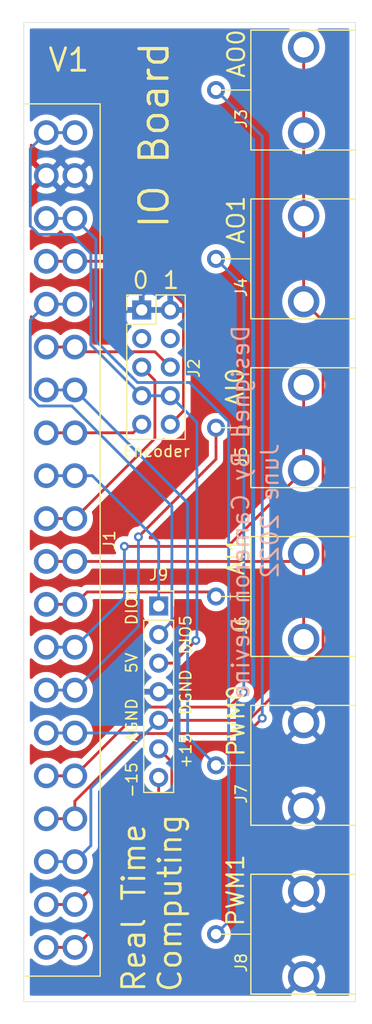
<source format=kicad_pcb>
(kicad_pcb (version 20171130) (host pcbnew 5.1.9-73d0e3b20d~88~ubuntu20.04.1)

  (general
    (thickness 1.6)
    (drawings 25)
    (tracks 115)
    (zones 0)
    (modules 9)
    (nets 20)
  )

  (page A4)
  (layers
    (0 F.Cu signal)
    (31 B.Cu signal)
    (32 B.Adhes user)
    (33 F.Adhes user)
    (34 B.Paste user)
    (35 F.Paste user)
    (36 B.SilkS user)
    (37 F.SilkS user)
    (38 B.Mask user)
    (39 F.Mask user)
    (40 Dwgs.User user)
    (41 Cmts.User user)
    (42 Eco1.User user)
    (43 Eco2.User user)
    (44 Edge.Cuts user)
    (45 Margin user)
    (46 B.CrtYd user)
    (47 F.CrtYd user)
    (48 B.Fab user)
    (49 F.Fab user)
  )

  (setup
    (last_trace_width 0.25)
    (trace_clearance 0.2)
    (zone_clearance 0.508)
    (zone_45_only no)
    (trace_min 0.2)
    (via_size 0.8)
    (via_drill 0.4)
    (via_min_size 0.4)
    (via_min_drill 0.3)
    (uvia_size 0.3)
    (uvia_drill 0.1)
    (uvias_allowed no)
    (uvia_min_size 0.2)
    (uvia_min_drill 0.1)
    (edge_width 0.05)
    (segment_width 0.2)
    (pcb_text_width 0.3)
    (pcb_text_size 1.5 1.5)
    (mod_edge_width 0.12)
    (mod_text_size 1 1)
    (mod_text_width 0.15)
    (pad_size 1.524 1.524)
    (pad_drill 0.762)
    (pad_to_mask_clearance 0)
    (aux_axis_origin 0 0)
    (visible_elements FFFFFF7F)
    (pcbplotparams
      (layerselection 0x010fc_ffffffff)
      (usegerberextensions false)
      (usegerberattributes true)
      (usegerberadvancedattributes true)
      (creategerberjobfile true)
      (excludeedgelayer true)
      (linewidth 0.100000)
      (plotframeref false)
      (viasonmask false)
      (mode 1)
      (useauxorigin false)
      (hpglpennumber 1)
      (hpglpenspeed 20)
      (hpglpendiameter 15.000000)
      (psnegative false)
      (psa4output false)
      (plotreference true)
      (plotvalue true)
      (plotinvisibletext false)
      (padsonsilk false)
      (subtractmaskfromsilk false)
      (outputformat 1)
      (mirror false)
      (drillshape 1)
      (scaleselection 1)
      (outputdirectory ""))
  )

  (net 0 "")
  (net 1 /+15V)
  (net 2 /-15V)
  (net 3 /AO0)
  (net 4 /AI0+)
  (net 5 /AO1)
  (net 6 /AI0-)
  (net 7 /AI1+)
  (net 8 /AI1-)
  (net 9 /ENC0B)
  (net 10 /PWM1)
  (net 11 /ENC1A)
  (net 12 /ENC1B)
  (net 13 /ENC0A)
  (net 14 5V)
  (net 15 /PWM0)
  (net 16 GNDA)
  (net 17 GNDD)
  (net 18 /DIO5)
  (net 19 /DIO1)

  (net_class Default "This is the default net class."
    (clearance 0.2)
    (trace_width 0.25)
    (via_dia 0.8)
    (via_drill 0.4)
    (uvia_dia 0.3)
    (uvia_drill 0.1)
    (add_net /+15V)
    (add_net /-15V)
    (add_net /AI0+)
    (add_net /AI0-)
    (add_net /AI1+)
    (add_net /AI1-)
    (add_net /AO0)
    (add_net /AO1)
    (add_net /DIO1)
    (add_net /DIO5)
    (add_net /ENC0A)
    (add_net /ENC0B)
    (add_net /ENC1A)
    (add_net /ENC1B)
    (add_net /PWM0)
    (add_net /PWM1)
    (add_net 5V)
    (add_net GNDA)
    (add_net GNDD)
  )

  (module Connector_PinHeader_2.54mm:PinHeader_2x05_P2.54mm_Vertical (layer F.Cu) (tedit 59FED5CC) (tstamp 62A95BF0)
    (at 41.49 76.54)
    (descr "Through hole straight pin header, 2x05, 2.54mm pitch, double rows")
    (tags "Through hole pin header THT 2x05 2.54mm double row")
    (path /63ABF5AC)
    (fp_text reference J2 (at 4.65 5.17 270) (layer F.SilkS)
      (effects (font (size 1 1) (thickness 0.15)))
    )
    (fp_text value Conn_02x05_Odd_Even (at 1.27 12.49) (layer F.Fab)
      (effects (font (size 1 1) (thickness 0.15)))
    )
    (fp_line (start 0 -1.27) (end 3.81 -1.27) (layer F.Fab) (width 0.1))
    (fp_line (start 3.81 -1.27) (end 3.81 11.43) (layer F.Fab) (width 0.1))
    (fp_line (start 3.81 11.43) (end -1.27 11.43) (layer F.Fab) (width 0.1))
    (fp_line (start -1.27 11.43) (end -1.27 0) (layer F.Fab) (width 0.1))
    (fp_line (start -1.27 0) (end 0 -1.27) (layer F.Fab) (width 0.1))
    (fp_line (start -1.33 11.49) (end 3.87 11.49) (layer F.SilkS) (width 0.12))
    (fp_line (start -1.33 1.27) (end -1.33 11.49) (layer F.SilkS) (width 0.12))
    (fp_line (start 3.87 -1.33) (end 3.87 11.49) (layer F.SilkS) (width 0.12))
    (fp_line (start -1.33 1.27) (end 1.27 1.27) (layer F.SilkS) (width 0.12))
    (fp_line (start 1.27 1.27) (end 1.27 -1.33) (layer F.SilkS) (width 0.12))
    (fp_line (start 1.27 -1.33) (end 3.87 -1.33) (layer F.SilkS) (width 0.12))
    (fp_line (start -1.33 0) (end -1.33 -1.33) (layer F.SilkS) (width 0.12))
    (fp_line (start -1.33 -1.33) (end 0 -1.33) (layer F.SilkS) (width 0.12))
    (fp_line (start -1.8 -1.8) (end -1.8 11.95) (layer F.CrtYd) (width 0.05))
    (fp_line (start -1.8 11.95) (end 4.35 11.95) (layer F.CrtYd) (width 0.05))
    (fp_line (start 4.35 11.95) (end 4.35 -1.8) (layer F.CrtYd) (width 0.05))
    (fp_line (start 4.35 -1.8) (end -1.8 -1.8) (layer F.CrtYd) (width 0.05))
    (fp_text user %R (at 1.27 5.08 90) (layer F.Fab)
      (effects (font (size 1 1) (thickness 0.15)))
    )
    (pad 1 thru_hole rect (at 0 0) (size 1.7 1.7) (drill 1) (layers *.Cu *.Mask)
      (net 17 GNDD))
    (pad 2 thru_hole oval (at 2.54 0) (size 1.7 1.7) (drill 1) (layers *.Cu *.Mask)
      (net 17 GNDD))
    (pad 3 thru_hole oval (at 0 2.54) (size 1.7 1.7) (drill 1) (layers *.Cu *.Mask))
    (pad 4 thru_hole oval (at 2.54 2.54) (size 1.7 1.7) (drill 1) (layers *.Cu *.Mask))
    (pad 5 thru_hole oval (at 0 5.08) (size 1.7 1.7) (drill 1) (layers *.Cu *.Mask)
      (net 13 /ENC0A))
    (pad 6 thru_hole oval (at 2.54 5.08) (size 1.7 1.7) (drill 1) (layers *.Cu *.Mask)
      (net 11 /ENC1A))
    (pad 7 thru_hole oval (at 0 7.62) (size 1.7 1.7) (drill 1) (layers *.Cu *.Mask)
      (net 14 5V))
    (pad 8 thru_hole oval (at 2.54 7.62) (size 1.7 1.7) (drill 1) (layers *.Cu *.Mask)
      (net 14 5V))
    (pad 9 thru_hole oval (at 0 10.16) (size 1.7 1.7) (drill 1) (layers *.Cu *.Mask)
      (net 9 /ENC0B))
    (pad 10 thru_hole oval (at 2.54 10.16) (size 1.7 1.7) (drill 1) (layers *.Cu *.Mask)
      (net 12 /ENC1B))
    (model ${KISYS3DMOD}/Connector_PinHeader_2.54mm.3dshapes/PinHeader_2x05_P2.54mm_Vertical.wrl
      (at (xyz 0 0 0))
      (scale (xyz 1 1 1))
      (rotate (xyz 0 0 0))
    )
  )

  (module Connector_PinSocket_2.54mm:PinSocket_1x07_P2.54mm_Vertical (layer F.Cu) (tedit 5A19A433) (tstamp 62A93DBF)
    (at 43 102.84)
    (descr "Through hole straight socket strip, 1x07, 2.54mm pitch, single row (from Kicad 4.0.7), script generated")
    (tags "Through hole socket strip THT 1x07 2.54mm single row")
    (path /62AC2BB5)
    (fp_text reference J9 (at 0 -2.77) (layer F.SilkS)
      (effects (font (size 1 1) (thickness 0.15)))
    )
    (fp_text value Conn_01x07 (at 0 18.01) (layer F.Fab)
      (effects (font (size 1 1) (thickness 0.15)))
    )
    (fp_line (start -1.27 -1.27) (end 0.635 -1.27) (layer F.Fab) (width 0.1))
    (fp_line (start 0.635 -1.27) (end 1.27 -0.635) (layer F.Fab) (width 0.1))
    (fp_line (start 1.27 -0.635) (end 1.27 16.51) (layer F.Fab) (width 0.1))
    (fp_line (start 1.27 16.51) (end -1.27 16.51) (layer F.Fab) (width 0.1))
    (fp_line (start -1.27 16.51) (end -1.27 -1.27) (layer F.Fab) (width 0.1))
    (fp_line (start -1.33 1.27) (end 1.33 1.27) (layer F.SilkS) (width 0.12))
    (fp_line (start -1.33 1.27) (end -1.33 16.57) (layer F.SilkS) (width 0.12))
    (fp_line (start -1.33 16.57) (end 1.33 16.57) (layer F.SilkS) (width 0.12))
    (fp_line (start 1.33 1.27) (end 1.33 16.57) (layer F.SilkS) (width 0.12))
    (fp_line (start 1.33 -1.33) (end 1.33 0) (layer F.SilkS) (width 0.12))
    (fp_line (start 0 -1.33) (end 1.33 -1.33) (layer F.SilkS) (width 0.12))
    (fp_line (start -1.8 -1.8) (end 1.75 -1.8) (layer F.CrtYd) (width 0.05))
    (fp_line (start 1.75 -1.8) (end 1.75 17) (layer F.CrtYd) (width 0.05))
    (fp_line (start 1.75 17) (end -1.8 17) (layer F.CrtYd) (width 0.05))
    (fp_line (start -1.8 17) (end -1.8 -1.8) (layer F.CrtYd) (width 0.05))
    (fp_text user %R (at 0 7.62 90) (layer F.Fab)
      (effects (font (size 1 1) (thickness 0.15)))
    )
    (pad 1 thru_hole rect (at 0 0) (size 1.7 1.7) (drill 1) (layers *.Cu *.Mask)
      (net 19 /DIO1))
    (pad 2 thru_hole oval (at 0 2.54) (size 1.7 1.7) (drill 1) (layers *.Cu *.Mask)
      (net 18 /DIO5))
    (pad 3 thru_hole oval (at 0 5.08) (size 1.7 1.7) (drill 1) (layers *.Cu *.Mask)
      (net 14 5V))
    (pad 4 thru_hole oval (at 0 7.62) (size 1.7 1.7) (drill 1) (layers *.Cu *.Mask)
      (net 17 GNDD))
    (pad 5 thru_hole oval (at 0 10.16) (size 1.7 1.7) (drill 1) (layers *.Cu *.Mask)
      (net 16 GNDA))
    (pad 6 thru_hole oval (at 0 12.7) (size 1.7 1.7) (drill 1) (layers *.Cu *.Mask)
      (net 1 /+15V))
    (pad 7 thru_hole oval (at 0 15.24) (size 1.7 1.7) (drill 1) (layers *.Cu *.Mask)
      (net 2 /-15V))
    (model ${KISYS3DMOD}/Connector_PinSocket_2.54mm.3dshapes/PinSocket_1x07_P2.54mm_Vertical.wrl
      (at (xyz 0 0 0))
      (scale (xyz 1 1 1))
      (rotate (xyz 0 0 0))
    )
  )

  (module io_board:BNC (layer F.Cu) (tedit 62968A23) (tstamp 62A93EB5)
    (at 60.5 87 270)
    (path /6281CC87)
    (fp_text reference J5 (at 2.54 10.16 90) (layer F.SilkS)
      (effects (font (size 1 1) (thickness 0.15)))
    )
    (fp_text value Conn_Coaxial (at 0 1.27 90) (layer F.Fab)
      (effects (font (size 1 1) (thickness 0.15)))
    )
    (fp_line (start 0 9.3) (end 0 12.4) (layer F.SilkS) (width 0.12))
    (fp_line (start 5.325 9.3) (end 5.325 0) (layer F.SilkS) (width 0.12))
    (fp_line (start -5.325 9.3) (end 5.325 9.3) (layer F.SilkS) (width 0.12))
    (fp_line (start -5.325 0) (end -5.325 9.3) (layer F.SilkS) (width 0.12))
    (pad 2 thru_hole circle (at 3.8 4.6 270) (size 2.8 2.8) (drill 1.8) (layers *.Cu *.Mask)
      (net 6 /AI0-))
    (pad 1 thru_hole circle (at 0 12.4 270) (size 1.6 1.6) (drill 0.92) (layers *.Cu *.Mask)
      (net 4 /AI0+))
    (pad 2 thru_hole circle (at -3.8 4.6 270) (size 2.8 2.8) (drill 1.8) (layers *.Cu *.Mask)
      (net 6 /AI0-))
  )

  (module io_board:BNC (layer F.Cu) (tedit 62968A23) (tstamp 629E0C1D)
    (at 60.5 72 270)
    (path /6281C783)
    (fp_text reference J4 (at 2.54 10.16 90) (layer F.SilkS)
      (effects (font (size 1 1) (thickness 0.15)))
    )
    (fp_text value Conn_Coaxial (at 0 1.27 90) (layer F.Fab)
      (effects (font (size 1 1) (thickness 0.15)))
    )
    (fp_line (start 0 9.3) (end 0 12.4) (layer F.SilkS) (width 0.12))
    (fp_line (start 5.325 9.3) (end 5.325 0) (layer F.SilkS) (width 0.12))
    (fp_line (start -5.325 9.3) (end 5.325 9.3) (layer F.SilkS) (width 0.12))
    (fp_line (start -5.325 0) (end -5.325 9.3) (layer F.SilkS) (width 0.12))
    (pad 2 thru_hole circle (at 3.8 4.6 270) (size 2.8 2.8) (drill 1.8) (layers *.Cu *.Mask)
      (net 16 GNDA))
    (pad 1 thru_hole circle (at 0 12.4 270) (size 1.6 1.6) (drill 0.92) (layers *.Cu *.Mask)
      (net 5 /AO1))
    (pad 2 thru_hole circle (at -3.8 4.6 270) (size 2.8 2.8) (drill 1.8) (layers *.Cu *.Mask)
      (net 16 GNDA))
  )

  (module io_board:BNC (layer F.Cu) (tedit 62968A23) (tstamp 62A93E4F)
    (at 60.5 102 270)
    (path /62A3FE6B)
    (fp_text reference J6 (at 2.54 10.16 90) (layer F.SilkS)
      (effects (font (size 1 1) (thickness 0.15)))
    )
    (fp_text value Conn_Coaxial (at 0 1.27 90) (layer F.Fab)
      (effects (font (size 1 1) (thickness 0.15)))
    )
    (fp_line (start 0 9.3) (end 0 12.4) (layer F.SilkS) (width 0.12))
    (fp_line (start 5.325 9.3) (end 5.325 0) (layer F.SilkS) (width 0.12))
    (fp_line (start -5.325 9.3) (end 5.325 9.3) (layer F.SilkS) (width 0.12))
    (fp_line (start -5.325 0) (end -5.325 9.3) (layer F.SilkS) (width 0.12))
    (pad 2 thru_hole circle (at 3.8 4.6 270) (size 2.8 2.8) (drill 1.8) (layers *.Cu *.Mask)
      (net 8 /AI1-))
    (pad 1 thru_hole circle (at 0 12.4 270) (size 1.6 1.6) (drill 0.92) (layers *.Cu *.Mask)
      (net 7 /AI1+))
    (pad 2 thru_hole circle (at -3.8 4.6 270) (size 2.8 2.8) (drill 1.8) (layers *.Cu *.Mask)
      (net 8 /AI1-))
  )

  (module "io_board:C Connector" (layer F.Cu) (tedit 629685E1) (tstamp 629E260D)
    (at 31 96.98 90)
    (path /637ABBEB)
    (fp_text reference J1 (at 0 7.62 90) (layer F.SilkS)
      (effects (font (size 1 1) (thickness 0.15)))
    )
    (fp_text value Conn_01x20 (at 0 -1.27 90) (layer F.Fab)
      (effects (font (size 1 1) (thickness 0.15)))
    )
    (fp_line (start -38.75 0) (end -38.75 6.79) (layer F.SilkS) (width 0.12))
    (fp_line (start -38.75 6.79) (end 38.75 6.79) (layer F.SilkS) (width 0.12))
    (fp_line (start 38.75 6.79) (end 38.75 0) (layer F.SilkS) (width 0.12))
    (pad 1 thru_hole circle (at -36.195 2 90) (size 2.2 2.2) (drill 1.4) (layers *.Cu *.Mask)
      (net 1 /+15V))
    (pad 1 thru_hole circle (at -36.195 4.54 90) (size 2.2 2.2) (drill 1.4) (layers *.Cu *.Mask)
      (net 1 /+15V))
    (pad 2 thru_hole circle (at -32.385 2 90) (size 2.2 2.2) (drill 1.4) (layers *.Cu *.Mask)
      (net 2 /-15V))
    (pad 2 thru_hole circle (at -32.385 4.54 90) (size 2.2 2.2) (drill 1.4) (layers *.Cu *.Mask)
      (net 2 /-15V))
    (pad 3 thru_hole circle (at -28.575 2 90) (size 2.2 2.2) (drill 1.4) (layers *.Cu *.Mask)
      (net 16 GNDA))
    (pad 4 thru_hole circle (at -24.765 4.54 90) (size 2.2 2.2) (drill 1.4) (layers *.Cu *.Mask)
      (net 3 /AO0))
    (pad 3 thru_hole circle (at -28.575 4.54 90) (size 2.2 2.2) (drill 1.4) (layers *.Cu *.Mask)
      (net 16 GNDA))
    (pad 4 thru_hole circle (at -24.765 2 90) (size 2.2 2.2) (drill 1.4) (layers *.Cu *.Mask)
      (net 3 /AO0))
    (pad 7 thru_hole circle (at -13.335 2 90) (size 2.2 2.2) (drill 1.4) (layers *.Cu *.Mask)
      (net 4 /AI0+))
    (pad 7 thru_hole circle (at -13.335 4.54 90) (size 2.2 2.2) (drill 1.4) (layers *.Cu *.Mask)
      (net 4 /AI0+))
    (pad 5 thru_hole circle (at -20.955 2 90) (size 2.2 2.2) (drill 1.4) (layers *.Cu *.Mask)
      (net 5 /AO1))
    (pad 6 thru_hole circle (at -17.145 4.54 90) (size 2.2 2.2) (drill 1.4) (layers *.Cu *.Mask)
      (net 16 GNDA))
    (pad 8 thru_hole circle (at -9.525 4.54 90) (size 2.2 2.2) (drill 1.4) (layers *.Cu *.Mask)
      (net 6 /AI0-))
    (pad 8 thru_hole circle (at -9.525 2 90) (size 2.2 2.2) (drill 1.4) (layers *.Cu *.Mask)
      (net 6 /AI0-))
    (pad 6 thru_hole circle (at -17.145 2 90) (size 2.2 2.2) (drill 1.4) (layers *.Cu *.Mask)
      (net 16 GNDA))
    (pad 5 thru_hole circle (at -20.955 4.54 90) (size 2.2 2.2) (drill 1.4) (layers *.Cu *.Mask)
      (net 5 /AO1))
    (pad 9 thru_hole circle (at -5.715 2 90) (size 2.2 2.2) (drill 1.4) (layers *.Cu *.Mask)
      (net 7 /AI1+))
    (pad 10 thru_hole circle (at -1.905 4.54 90) (size 2.2 2.2) (drill 1.4) (layers *.Cu *.Mask)
      (net 8 /AI1-))
    (pad 10 thru_hole circle (at -1.905 2 90) (size 2.2 2.2) (drill 1.4) (layers *.Cu *.Mask)
      (net 8 /AI1-))
    (pad 9 thru_hole circle (at -5.715 4.54 90) (size 2.2 2.2) (drill 1.4) (layers *.Cu *.Mask)
      (net 7 /AI1+))
    (pad 13 thru_hole circle (at 9.525 2 90) (size 2.2 2.2) (drill 1.4) (layers *.Cu *.Mask)
      (net 9 /ENC0B))
    (pad 18 thru_hole circle (at 28.575 4.54 90) (size 2.2 2.2) (drill 1.4) (layers *.Cu *.Mask)
      (net 10 /PWM1))
    (pad 15 thru_hole circle (at 17.145 2 90) (size 2.2 2.2) (drill 1.4) (layers *.Cu *.Mask)
      (net 11 /ENC1A))
    (pad 19 thru_hole circle (at 32.385 4.54 90) (size 2.2 2.2) (drill 1.4) (layers *.Cu *.Mask)
      (net 17 GNDD))
    (pad 17 thru_hole circle (at 24.765 4.54 90) (size 2.2 2.2) (drill 1.4) (layers *.Cu *.Mask)
      (net 12 /ENC1B))
    (pad 13 thru_hole circle (at 9.525 4.54 90) (size 2.2 2.2) (drill 1.4) (layers *.Cu *.Mask)
      (net 9 /ENC0B))
    (pad 15 thru_hole circle (at 17.145 4.54 90) (size 2.2 2.2) (drill 1.4) (layers *.Cu *.Mask)
      (net 11 /ENC1A))
    (pad 19 thru_hole circle (at 32.385 2 90) (size 2.2 2.2) (drill 1.4) (layers *.Cu *.Mask)
      (net 17 GNDD))
    (pad 11 thru_hole circle (at 1.905 2 90) (size 2.2 2.2) (drill 1.4) (layers *.Cu *.Mask)
      (net 13 /ENC0A))
    (pad 16 thru_hole circle (at 20.955 2 90) (size 2.2 2.2) (drill 1.4) (layers *.Cu *.Mask)
      (net 18 /DIO5))
    (pad 20 thru_hole circle (at 36.195 4.54 90) (size 2.2 2.2) (drill 1.4) (layers *.Cu *.Mask)
      (net 14 5V))
    (pad 12 thru_hole circle (at 5.715 4.54 90) (size 2.2 2.2) (drill 1.4) (layers *.Cu *.Mask)
      (net 19 /DIO1))
    (pad 14 thru_hole circle (at 13.335 4.54 90) (size 2.2 2.2) (drill 1.4) (layers *.Cu *.Mask)
      (net 15 /PWM0))
    (pad 14 thru_hole circle (at 13.335 2 90) (size 2.2 2.2) (drill 1.4) (layers *.Cu *.Mask)
      (net 15 /PWM0))
    (pad 16 thru_hole circle (at 20.955 4.54 90) (size 2.2 2.2) (drill 1.4) (layers *.Cu *.Mask)
      (net 18 /DIO5))
    (pad 12 thru_hole circle (at 5.715 2 90) (size 2.2 2.2) (drill 1.4) (layers *.Cu *.Mask)
      (net 19 /DIO1))
    (pad 18 thru_hole circle (at 28.575 2 90) (size 2.2 2.2) (drill 1.4) (layers *.Cu *.Mask)
      (net 10 /PWM1))
    (pad 11 thru_hole circle (at 1.905 4.54 90) (size 2.2 2.2) (drill 1.4) (layers *.Cu *.Mask)
      (net 13 /ENC0A))
    (pad 20 thru_hole circle (at 36.195 2 90) (size 2.2 2.2) (drill 1.4) (layers *.Cu *.Mask)
      (net 14 5V))
    (pad 17 thru_hole circle (at 24.765 2 90) (size 2.2 2.2) (drill 1.4) (layers *.Cu *.Mask)
      (net 12 /ENC1B))
  )

  (module io_board:BNC (layer F.Cu) (tedit 62968A23) (tstamp 629E0C12)
    (at 60.5 57 270)
    (path /62A36C03)
    (fp_text reference J3 (at 2.54 10.16 90) (layer F.SilkS)
      (effects (font (size 1 1) (thickness 0.15)))
    )
    (fp_text value Conn_Coaxial (at 0 1.27 90) (layer F.Fab)
      (effects (font (size 1 1) (thickness 0.15)))
    )
    (fp_line (start -5.325 0) (end -5.325 9.3) (layer F.SilkS) (width 0.12))
    (fp_line (start -5.325 9.3) (end 5.325 9.3) (layer F.SilkS) (width 0.12))
    (fp_line (start 5.325 9.3) (end 5.325 0) (layer F.SilkS) (width 0.12))
    (fp_line (start 0 9.3) (end 0 12.4) (layer F.SilkS) (width 0.12))
    (pad 2 thru_hole circle (at -3.8 4.6 270) (size 2.8 2.8) (drill 1.8) (layers *.Cu *.Mask)
      (net 16 GNDA))
    (pad 1 thru_hole circle (at 0 12.4 270) (size 1.6 1.6) (drill 0.92) (layers *.Cu *.Mask)
      (net 3 /AO0))
    (pad 2 thru_hole circle (at 3.8 4.6 270) (size 2.8 2.8) (drill 1.8) (layers *.Cu *.Mask)
      (net 16 GNDA))
  )

  (module io_board:BNC (layer F.Cu) (tedit 62968A23) (tstamp 62A93E6D)
    (at 60.5 117 270)
    (path /62A531C1)
    (fp_text reference J7 (at 2.54 10.16 90) (layer F.SilkS)
      (effects (font (size 1 1) (thickness 0.15)))
    )
    (fp_text value Conn_Coaxial (at 0 1.27 90) (layer F.Fab)
      (effects (font (size 1 1) (thickness 0.15)))
    )
    (fp_line (start -5.325 0) (end -5.325 9.3) (layer F.SilkS) (width 0.12))
    (fp_line (start -5.325 9.3) (end 5.325 9.3) (layer F.SilkS) (width 0.12))
    (fp_line (start 5.325 9.3) (end 5.325 0) (layer F.SilkS) (width 0.12))
    (fp_line (start 0 9.3) (end 0 12.4) (layer F.SilkS) (width 0.12))
    (pad 2 thru_hole circle (at -3.8 4.6 270) (size 2.8 2.8) (drill 1.8) (layers *.Cu *.Mask)
      (net 17 GNDD))
    (pad 1 thru_hole circle (at 0 12.4 270) (size 1.6 1.6) (drill 0.92) (layers *.Cu *.Mask)
      (net 15 /PWM0))
    (pad 2 thru_hole circle (at 3.8 4.6 270) (size 2.8 2.8) (drill 1.8) (layers *.Cu *.Mask)
      (net 17 GNDD))
  )

  (module io_board:BNC (layer F.Cu) (tedit 62968A23) (tstamp 62A93E8B)
    (at 60.5 132 270)
    (path /62A55831)
    (fp_text reference J8 (at 2.54 10.16 90) (layer F.SilkS)
      (effects (font (size 1 1) (thickness 0.15)))
    )
    (fp_text value Conn_Coaxial (at 0 1.27 90) (layer F.Fab)
      (effects (font (size 1 1) (thickness 0.15)))
    )
    (fp_line (start -5.325 0) (end -5.325 9.3) (layer F.SilkS) (width 0.12))
    (fp_line (start -5.325 9.3) (end 5.325 9.3) (layer F.SilkS) (width 0.12))
    (fp_line (start 5.325 9.3) (end 5.325 0) (layer F.SilkS) (width 0.12))
    (fp_line (start 0 9.3) (end 0 12.4) (layer F.SilkS) (width 0.12))
    (pad 2 thru_hole circle (at -3.8 4.6 270) (size 2.8 2.8) (drill 1.8) (layers *.Cu *.Mask)
      (net 17 GNDD))
    (pad 1 thru_hole circle (at 0 12.4 270) (size 1.6 1.6) (drill 0.92) (layers *.Cu *.Mask)
      (net 10 /PWM1))
    (pad 2 thru_hole circle (at 3.8 4.6 270) (size 2.8 2.8) (drill 1.8) (layers *.Cu *.Mask)
      (net 17 GNDD))
  )

  (gr_text "IO Board" (at 42.6 61 90) (layer F.SilkS) (tstamp 62A96BC1)
    (effects (font (size 2.5 2.5) (thickness 0.3)))
  )
  (gr_text DIO5 (at 45.4 105.4 90) (layer F.SilkS) (tstamp 62A95F96)
    (effects (font (size 1 1) (thickness 0.15)))
  )
  (gr_text DIO1 (at 40.6 102.8 90) (layer F.SilkS) (tstamp 62A95F96)
    (effects (font (size 1 1) (thickness 0.15)))
  )
  (gr_text Encoder (at 42.8 89.1) (layer F.SilkS) (tstamp 62A95E38)
    (effects (font (size 1 1) (thickness 0.15)))
  )
  (gr_text AGND (at 40.6 113 90) (layer F.SilkS) (tstamp 62A14BC8)
    (effects (font (size 1 1) (thickness 0.15)))
  )
  (gr_text 1 (at 44.1 73.9) (layer F.SilkS) (tstamp 62A95C32)
    (effects (font (size 1.5 1.5) (thickness 0.2)))
  )
  (gr_text 0 (at 41.4 73.9) (layer F.SilkS) (tstamp 62A95C2F)
    (effects (font (size 1.5 1.5) (thickness 0.2)))
  )
  (gr_text DGND (at 45.4 110.5 90) (layer F.SilkS) (tstamp 629E641A)
    (effects (font (size 1 1) (thickness 0.15)))
  )
  (gr_text -15 (at 40.6 118.3 90) (layer F.SilkS) (tstamp 629E641A)
    (effects (font (size 1 1) (thickness 0.15)))
  )
  (gr_text +15 (at 45.4 115.7 90) (layer F.SilkS) (tstamp 629E6433)
    (effects (font (size 1 1) (thickness 0.15)))
  )
  (gr_text 5V (at 40.6 107.9 90) (layer F.SilkS)
    (effects (font (size 1 1) (thickness 0.15)))
  )
  (gr_text "June 2022" (at 52.9 94.4 90) (layer B.SilkS) (tstamp 629E331B)
    (effects (font (size 1.5 1.5) (thickness 0.2)) (justify mirror))
  )
  (gr_text "Designed By Cameron Devine" (at 50.3 94.5 90) (layer B.SilkS) (tstamp 629E3179)
    (effects (font (size 1.5 1.5) (thickness 0.2)) (justify mirror))
  )
  (gr_text "Real Time\nComputing" (at 42.4 137.3 90) (layer F.SilkS) (tstamp 62A96BCC)
    (effects (font (size 2 2) (thickness 0.25)) (justify left))
  )
  (gr_text V1 (at 35 54.33) (layer F.SilkS) (tstamp 629E2C5C)
    (effects (font (size 2 2) (thickness 0.25)))
  )
  (gr_text PWM1 (at 49.83 128.1 90) (layer F.SilkS) (tstamp 62A93EA3)
    (effects (font (size 1.5 1.5) (thickness 0.2)))
  )
  (gr_text PWM0 (at 49.87 113.03 90) (layer F.SilkS) (tstamp 62A93EA0)
    (effects (font (size 1.5 1.5) (thickness 0.2)))
  )
  (gr_text AI1 (at 49.86 98.4 90) (layer F.SilkS) (tstamp 62A93EA9)
    (effects (font (size 1.5 1.5) (thickness 0.2)))
  )
  (gr_text AI0 (at 49.79 83.4 90) (layer F.SilkS) (tstamp 62A93EA6)
    (effects (font (size 1.5 1.5) (thickness 0.2)))
  )
  (gr_text AO1 (at 49.88 68.54 90) (layer F.SilkS) (tstamp 629E2ABF)
    (effects (font (size 1.5 1.5) (thickness 0.2)))
  )
  (gr_text AO0 (at 49.91 53.76 90) (layer F.SilkS)
    (effects (font (size 1.5 1.5) (thickness 0.2)))
  )
  (gr_line (start 60.5 138) (end 31 138) (layer Edge.Cuts) (width 0.05) (tstamp 629E24B6))
  (gr_line (start 60.5 51) (end 60.5 138) (layer Edge.Cuts) (width 0.05))
  (gr_line (start 31 51) (end 60.5 51) (layer Edge.Cuts) (width 0.05))
  (gr_line (start 31 138) (end 31 51) (layer Edge.Cuts) (width 0.05))

  (segment (start 33 133.175) (end 35.54 133.175) (width 0.25) (layer F.Cu) (net 1))
  (segment (start 44.175001 124.539999) (end 35.54 133.175) (width 0.25) (layer F.Cu) (net 1))
  (segment (start 44.175001 116.715001) (end 44.175001 124.539999) (width 0.25) (layer F.Cu) (net 1))
  (segment (start 43 115.54) (end 44.175001 116.715001) (width 0.25) (layer F.Cu) (net 1))
  (segment (start 33 129.365) (end 35.54 129.365) (width 0.25) (layer F.Cu) (net 2))
  (segment (start 43 121.905) (end 43 118.08) (width 0.25) (layer F.Cu) (net 2))
  (segment (start 35.54 129.365) (end 43 121.905) (width 0.25) (layer F.Cu) (net 2))
  (segment (start 33 121.745) (end 35.54 121.745) (width 0.25) (layer F.Cu) (net 3))
  (via (at 52.21266 112.81266) (size 0.8) (drill 0.4) (layers F.Cu B.Cu) (net 3))
  (segment (start 50.850319 114.175001) (end 52.21266 112.81266) (width 0.25) (layer F.Cu) (net 3))
  (segment (start 35.54 120.189366) (end 41.554365 114.175001) (width 0.25) (layer F.Cu) (net 3))
  (segment (start 41.554365 114.175001) (end 50.850319 114.175001) (width 0.25) (layer F.Cu) (net 3))
  (segment (start 48.1 57) (end 52.21266 61.11266) (width 0.25) (layer B.Cu) (net 3))
  (segment (start 35.54 121.745) (end 35.54 120.189366) (width 0.25) (layer F.Cu) (net 3))
  (segment (start 52.21266 61.11266) (end 52.21266 112.81266) (width 0.25) (layer B.Cu) (net 3))
  (via (at 41.2 96.7) (size 0.8) (drill 0.4) (layers F.Cu B.Cu) (net 4))
  (segment (start 48.1 89.8) (end 41.2 96.7) (width 0.25) (layer F.Cu) (net 4))
  (segment (start 48.1 87) (end 48.1 89.8) (width 0.25) (layer F.Cu) (net 4))
  (segment (start 41.2 104.655) (end 35.54 110.315) (width 0.25) (layer B.Cu) (net 4))
  (segment (start 41.2 96.7) (end 41.2 104.655) (width 0.25) (layer B.Cu) (net 4))
  (segment (start 33 110.315) (end 35.54 110.315) (width 0.25) (layer B.Cu) (net 4))
  (segment (start 33 117.935) (end 35.54 117.935) (width 0.25) (layer F.Cu) (net 5))
  (via (at 50.57499 110.5) (size 0.8) (drill 0.4) (layers F.Cu B.Cu) (net 5))
  (segment (start 50.57499 74.47499) (end 50.57499 110.5) (width 0.25) (layer B.Cu) (net 5))
  (segment (start 35.54 117.935) (end 41.650001 111.824999) (width 0.25) (layer F.Cu) (net 5))
  (segment (start 41.650001 111.824999) (end 49.249991 111.824999) (width 0.25) (layer F.Cu) (net 5))
  (segment (start 49.249991 111.824999) (end 50.57499 110.5) (width 0.25) (layer F.Cu) (net 5))
  (segment (start 48.1 72) (end 50.57499 74.47499) (width 0.25) (layer B.Cu) (net 5))
  (segment (start 33 106.505) (end 35.54 106.505) (width 0.25) (layer B.Cu) (net 6))
  (segment (start 55.9 90.8) (end 55.9 83.2) (width 0.25) (layer F.Cu) (net 6))
  (via (at 39.949781 97.547787) (size 0.8) (drill 0.4) (layers F.Cu B.Cu) (net 6))
  (segment (start 35.54 106.505) (end 39.949781 102.095219) (width 0.25) (layer B.Cu) (net 6))
  (segment (start 55.9 90.8) (end 49.152213 97.547787) (width 0.25) (layer F.Cu) (net 6))
  (segment (start 49.152213 97.547787) (end 39.949781 97.547787) (width 0.25) (layer F.Cu) (net 6))
  (segment (start 39.949781 102.095219) (end 39.949781 97.547787) (width 0.25) (layer B.Cu) (net 6))
  (segment (start 33 102.695) (end 35.54 102.695) (width 0.25) (layer F.Cu) (net 7))
  (segment (start 47.695001 101.595001) (end 48.1 102) (width 0.25) (layer F.Cu) (net 7))
  (segment (start 36.639999 101.595001) (end 47.695001 101.595001) (width 0.25) (layer F.Cu) (net 7))
  (segment (start 35.54 102.695) (end 36.639999 101.595001) (width 0.25) (layer F.Cu) (net 7))
  (segment (start 33 98.885) (end 35.54 98.885) (width 0.25) (layer F.Cu) (net 8))
  (segment (start 55.215 98.885) (end 55.9 98.2) (width 0.25) (layer F.Cu) (net 8))
  (segment (start 35.54 98.885) (end 55.215 98.885) (width 0.25) (layer F.Cu) (net 8))
  (segment (start 55.9 98.2) (end 55.9 105.8) (width 0.25) (layer F.Cu) (net 8))
  (segment (start 33 87.455) (end 35.54 87.455) (width 0.25) (layer F.Cu) (net 9))
  (segment (start 35.54 87.455) (end 40.735 87.455) (width 0.25) (layer F.Cu) (net 9))
  (segment (start 40.735 87.455) (end 41.49 86.7) (width 0.25) (layer F.Cu) (net 9))
  (segment (start 33 68.405) (end 35.54 68.405) (width 0.25) (layer B.Cu) (net 10))
  (segment (start 49.225001 130.874999) (end 48.1 132) (width 0.25) (layer B.Cu) (net 10))
  (segment (start 49.225001 86.459999) (end 49.225001 130.874999) (width 0.25) (layer B.Cu) (net 10))
  (segment (start 45.750001 82.984999) (end 49.225001 86.459999) (width 0.25) (layer B.Cu) (net 10))
  (segment (start 41.115997 82.984999) (end 45.750001 82.984999) (width 0.25) (layer B.Cu) (net 10))
  (segment (start 37.415012 70.280012) (end 37.415012 79.284014) (width 0.25) (layer B.Cu) (net 10))
  (segment (start 37.415012 79.284014) (end 41.115997 82.984999) (width 0.25) (layer B.Cu) (net 10))
  (segment (start 35.54 68.405) (end 37.415012 70.280012) (width 0.25) (layer B.Cu) (net 10))
  (segment (start 33 79.835) (end 35.54 79.835) (width 0.25) (layer F.Cu) (net 11))
  (segment (start 42.665001 80.255001) (end 44.03 81.62) (width 0.25) (layer F.Cu) (net 11))
  (segment (start 35.960001 80.255001) (end 42.665001 80.255001) (width 0.25) (layer F.Cu) (net 11))
  (segment (start 35.54 79.835) (end 35.960001 80.255001) (width 0.25) (layer F.Cu) (net 11))
  (segment (start 33 72.215) (end 35.54 72.215) (width 0.25) (layer F.Cu) (net 12))
  (segment (start 45.205001 85.524999) (end 44.03 86.7) (width 0.25) (layer F.Cu) (net 12))
  (segment (start 45.205001 75.975999) (end 45.205001 85.524999) (width 0.25) (layer F.Cu) (net 12))
  (segment (start 41.444002 72.215) (end 45.205001 75.975999) (width 0.25) (layer F.Cu) (net 12))
  (segment (start 35.54 72.215) (end 41.444002 72.215) (width 0.25) (layer F.Cu) (net 12))
  (segment (start 33 95.075) (end 35.54 95.075) (width 0.25) (layer F.Cu) (net 13))
  (segment (start 35.54 95.075) (end 42.665001 87.949999) (width 0.25) (layer F.Cu) (net 13))
  (segment (start 42.665001 82.795001) (end 42.665001 87.949999) (width 0.25) (layer F.Cu) (net 13))
  (segment (start 41.49 81.62) (end 42.665001 82.795001) (width 0.25) (layer F.Cu) (net 13))
  (segment (start 33 60.785) (end 35.54 60.785) (width 0.25) (layer B.Cu) (net 14))
  (segment (start 41.49 84.16) (end 44.03 84.16) (width 0.25) (layer B.Cu) (net 14))
  (segment (start 46.4 86.53) (end 46.4 105.8) (width 0.25) (layer B.Cu) (net 14))
  (segment (start 44.03 84.16) (end 46.4 86.53) (width 0.25) (layer B.Cu) (net 14))
  (via (at 46.3 105.9) (size 0.8) (drill 0.4) (layers F.Cu B.Cu) (net 14))
  (segment (start 46.4 105.8) (end 46.3 105.9) (width 0.25) (layer B.Cu) (net 14))
  (segment (start 44.28 107.92) (end 43 107.92) (width 0.25) (layer F.Cu) (net 14))
  (segment (start 46.3 105.9) (end 44.28 107.92) (width 0.25) (layer F.Cu) (net 14))
  (segment (start 31.574999 62.210001) (end 33 60.785) (width 0.25) (layer B.Cu) (net 14))
  (segment (start 31.574999 69.074999) (end 31.574999 62.210001) (width 0.25) (layer B.Cu) (net 14))
  (segment (start 32.330001 69.830001) (end 31.574999 69.074999) (width 0.25) (layer B.Cu) (net 14))
  (segment (start 35.264003 69.830001) (end 32.330001 69.830001) (width 0.25) (layer B.Cu) (net 14))
  (segment (start 36.965001 71.530999) (end 35.264003 69.830001) (width 0.25) (layer B.Cu) (net 14))
  (segment (start 36.965001 79.635001) (end 36.965001 71.530999) (width 0.25) (layer B.Cu) (net 14))
  (segment (start 41.49 84.16) (end 36.965001 79.635001) (width 0.25) (layer B.Cu) (net 14))
  (segment (start 33 83.645) (end 35.54 83.645) (width 0.25) (layer B.Cu) (net 15))
  (segment (start 48.1 117) (end 45.574998 114.474998) (width 0.25) (layer B.Cu) (net 15))
  (segment (start 45.574998 114.474998) (end 45.574998 93.679998) (width 0.25) (layer B.Cu) (net 15))
  (segment (start 45.574998 93.679998) (end 35.54 83.645) (width 0.25) (layer B.Cu) (net 15))
  (segment (start 33 114.125) (end 35.54 114.125) (width 0.25) (layer B.Cu) (net 16))
  (segment (start 41.875 114.125) (end 43 113) (width 0.25) (layer B.Cu) (net 16))
  (segment (start 35.54 114.125) (end 41.875 114.125) (width 0.25) (layer B.Cu) (net 16))
  (segment (start 33 125.555) (end 35.54 125.555) (width 0.25) (layer B.Cu) (net 16))
  (segment (start 36.965001 119.034999) (end 43 113) (width 0.25) (layer B.Cu) (net 16))
  (segment (start 36.965001 124.129999) (end 36.965001 119.034999) (width 0.25) (layer B.Cu) (net 16))
  (segment (start 35.54 125.555) (end 36.965001 124.129999) (width 0.25) (layer B.Cu) (net 16))
  (segment (start 57.625001 77.525001) (end 55.9 75.8) (width 0.25) (layer F.Cu) (net 16))
  (segment (start 57.625001 106.628001) (end 57.625001 77.525001) (width 0.25) (layer F.Cu) (net 16))
  (segment (start 56.728001 107.525001) (end 57.625001 106.628001) (width 0.25) (layer F.Cu) (net 16))
  (segment (start 43 113) (end 51 113) (width 0.25) (layer F.Cu) (net 16))
  (segment (start 56.474999 107.525001) (end 56.728001 107.525001) (width 0.25) (layer F.Cu) (net 16))
  (segment (start 51 113) (end 56.474999 107.525001) (width 0.25) (layer F.Cu) (net 16))
  (segment (start 55.9 75.8) (end 55.9 68.2) (width 0.25) (layer F.Cu) (net 16))
  (segment (start 55.9 68.2) (end 55.9 60.8) (width 0.25) (layer F.Cu) (net 16))
  (segment (start 55.9 60.8) (end 55.9 53.2) (width 0.25) (layer F.Cu) (net 16))
  (segment (start 31.574999 77.450001) (end 33 76.025) (width 0.25) (layer B.Cu) (net 18))
  (segment (start 31.574999 84.329001) (end 31.574999 77.450001) (width 0.25) (layer B.Cu) (net 18))
  (segment (start 32.315999 85.070001) (end 31.574999 84.329001) (width 0.25) (layer B.Cu) (net 18))
  (segment (start 35.264003 85.070001) (end 32.315999 85.070001) (width 0.25) (layer B.Cu) (net 18))
  (segment (start 44.175001 104.204999) (end 44.175001 93.980999) (width 0.25) (layer B.Cu) (net 18))
  (segment (start 44.175001 93.980999) (end 35.264003 85.070001) (width 0.25) (layer B.Cu) (net 18))
  (segment (start 43 105.38) (end 44.175001 104.204999) (width 0.25) (layer B.Cu) (net 18))
  (segment (start 33 76.025) (end 35.54 76.025) (width 0.25) (layer B.Cu) (net 18))
  (segment (start 33 91.265) (end 35.54 91.265) (width 0.25) (layer B.Cu) (net 19))
  (segment (start 43 97.169366) (end 43 101.74) (width 0.25) (layer B.Cu) (net 19))
  (segment (start 35.54 91.265) (end 37.095634 91.265) (width 0.25) (layer B.Cu) (net 19))
  (segment (start 43 101.74) (end 43 102.84) (width 0.25) (layer B.Cu) (net 19))
  (segment (start 37.095634 91.265) (end 43 97.169366) (width 0.25) (layer B.Cu) (net 19))

  (zone (net 17) (net_name GNDD) (layer B.Cu) (tstamp 629E61E4) (hatch edge 0.508)
    (connect_pads (clearance 0.508))
    (min_thickness 0.254)
    (fill yes (arc_segments 32) (thermal_gap 0.508) (thermal_bridge_width 0.508))
    (polygon
      (pts
        (xy 62 140) (xy 29 140) (xy 29 49) (xy 62 49)
      )
    )
    (filled_polygon
      (pts
        (xy 54.319313 51.902763) (xy 54.096607 52.236066) (xy 53.943204 52.606413) (xy 53.865 52.99957) (xy 53.865 53.40043)
        (xy 53.943204 53.793587) (xy 54.096607 54.163934) (xy 54.319313 54.497237) (xy 54.602763 54.780687) (xy 54.936066 55.003393)
        (xy 55.306413 55.156796) (xy 55.69957 55.235) (xy 56.10043 55.235) (xy 56.493587 55.156796) (xy 56.863934 55.003393)
        (xy 57.197237 54.780687) (xy 57.480687 54.497237) (xy 57.703393 54.163934) (xy 57.856796 53.793587) (xy 57.935 53.40043)
        (xy 57.935 52.99957) (xy 57.856796 52.606413) (xy 57.703393 52.236066) (xy 57.480687 51.902763) (xy 57.237924 51.66)
        (xy 59.84 51.66) (xy 59.840001 137.34) (xy 57.084466 137.34) (xy 57.140842 137.220447) (xy 55.9 135.979605)
        (xy 54.659158 137.220447) (xy 54.715534 137.34) (xy 31.66 137.34) (xy 31.66 135.846777) (xy 53.85569 135.846777)
        (xy 53.904096 136.244704) (xy 54.029205 136.62554) (xy 54.17423 136.896865) (xy 54.479553 137.040842) (xy 55.720395 135.8)
        (xy 56.079605 135.8) (xy 57.320447 137.040842) (xy 57.62577 136.896865) (xy 57.806597 136.539108) (xy 57.914155 136.152947)
        (xy 57.94431 135.753223) (xy 57.895904 135.355296) (xy 57.770795 134.97446) (xy 57.62577 134.703135) (xy 57.320447 134.559158)
        (xy 56.079605 135.8) (xy 55.720395 135.8) (xy 54.479553 134.559158) (xy 54.17423 134.703135) (xy 53.993403 135.060892)
        (xy 53.885845 135.447053) (xy 53.85569 135.846777) (xy 31.66 135.846777) (xy 31.66 134.288661) (xy 31.894002 134.522663)
        (xy 32.178169 134.712537) (xy 32.493919 134.843325) (xy 32.829117 134.91) (xy 33.170883 134.91) (xy 33.506081 134.843325)
        (xy 33.821831 134.712537) (xy 34.105998 134.522663) (xy 34.27 134.358661) (xy 34.434002 134.522663) (xy 34.718169 134.712537)
        (xy 35.033919 134.843325) (xy 35.369117 134.91) (xy 35.710883 134.91) (xy 36.046081 134.843325) (xy 36.361831 134.712537)
        (xy 36.645998 134.522663) (xy 36.789108 134.379553) (xy 54.659158 134.379553) (xy 55.9 135.620395) (xy 57.140842 134.379553)
        (xy 56.996865 134.07423) (xy 56.639108 133.893403) (xy 56.252947 133.785845) (xy 55.853223 133.75569) (xy 55.455296 133.804096)
        (xy 55.07446 133.929205) (xy 54.803135 134.07423) (xy 54.659158 134.379553) (xy 36.789108 134.379553) (xy 36.887663 134.280998)
        (xy 37.077537 133.996831) (xy 37.208325 133.681081) (xy 37.275 133.345883) (xy 37.275 133.004117) (xy 37.208325 132.668919)
        (xy 37.077537 132.353169) (xy 36.887663 132.069002) (xy 36.645998 131.827337) (xy 36.361831 131.637463) (xy 36.046081 131.506675)
        (xy 35.710883 131.44) (xy 35.369117 131.44) (xy 35.033919 131.506675) (xy 34.718169 131.637463) (xy 34.434002 131.827337)
        (xy 34.27 131.991339) (xy 34.105998 131.827337) (xy 33.821831 131.637463) (xy 33.506081 131.506675) (xy 33.170883 131.44)
        (xy 32.829117 131.44) (xy 32.493919 131.506675) (xy 32.178169 131.637463) (xy 31.894002 131.827337) (xy 31.66 132.061339)
        (xy 31.66 130.478661) (xy 31.894002 130.712663) (xy 32.178169 130.902537) (xy 32.493919 131.033325) (xy 32.829117 131.1)
        (xy 33.170883 131.1) (xy 33.506081 131.033325) (xy 33.821831 130.902537) (xy 34.105998 130.712663) (xy 34.27 130.548661)
        (xy 34.434002 130.712663) (xy 34.718169 130.902537) (xy 35.033919 131.033325) (xy 35.369117 131.1) (xy 35.710883 131.1)
        (xy 36.046081 131.033325) (xy 36.361831 130.902537) (xy 36.645998 130.712663) (xy 36.887663 130.470998) (xy 37.077537 130.186831)
        (xy 37.208325 129.871081) (xy 37.275 129.535883) (xy 37.275 129.194117) (xy 37.208325 128.858919) (xy 37.077537 128.543169)
        (xy 36.887663 128.259002) (xy 36.645998 128.017337) (xy 36.361831 127.827463) (xy 36.046081 127.696675) (xy 35.710883 127.63)
        (xy 35.369117 127.63) (xy 35.033919 127.696675) (xy 34.718169 127.827463) (xy 34.434002 128.017337) (xy 34.27 128.181339)
        (xy 34.105998 128.017337) (xy 33.821831 127.827463) (xy 33.506081 127.696675) (xy 33.170883 127.63) (xy 32.829117 127.63)
        (xy 32.493919 127.696675) (xy 32.178169 127.827463) (xy 31.894002 128.017337) (xy 31.66 128.251339) (xy 31.66 126.668661)
        (xy 31.894002 126.902663) (xy 32.178169 127.092537) (xy 32.493919 127.223325) (xy 32.829117 127.29) (xy 33.170883 127.29)
        (xy 33.506081 127.223325) (xy 33.821831 127.092537) (xy 34.105998 126.902663) (xy 34.27 126.738661) (xy 34.434002 126.902663)
        (xy 34.718169 127.092537) (xy 35.033919 127.223325) (xy 35.369117 127.29) (xy 35.710883 127.29) (xy 36.046081 127.223325)
        (xy 36.361831 127.092537) (xy 36.645998 126.902663) (xy 36.887663 126.660998) (xy 37.077537 126.376831) (xy 37.208325 126.061081)
        (xy 37.275 125.725883) (xy 37.275 125.384117) (xy 37.208325 125.048919) (xy 37.182714 124.987088) (xy 37.476005 124.693797)
        (xy 37.505002 124.67) (xy 37.599975 124.554275) (xy 37.670547 124.422246) (xy 37.714004 124.278985) (xy 37.725001 124.167332)
        (xy 37.725001 124.167324) (xy 37.728677 124.129999) (xy 37.725001 124.092674) (xy 37.725001 119.3498) (xy 41.515 115.559802)
        (xy 41.515 115.68626) (xy 41.572068 115.973158) (xy 41.68401 116.243411) (xy 41.846525 116.486632) (xy 42.053368 116.693475)
        (xy 42.22776 116.81) (xy 42.053368 116.926525) (xy 41.846525 117.133368) (xy 41.68401 117.376589) (xy 41.572068 117.646842)
        (xy 41.515 117.93374) (xy 41.515 118.22626) (xy 41.572068 118.513158) (xy 41.68401 118.783411) (xy 41.846525 119.026632)
        (xy 42.053368 119.233475) (xy 42.296589 119.39599) (xy 42.566842 119.507932) (xy 42.85374 119.565) (xy 43.14626 119.565)
        (xy 43.433158 119.507932) (xy 43.703411 119.39599) (xy 43.946632 119.233475) (xy 44.153475 119.026632) (xy 44.31599 118.783411)
        (xy 44.427932 118.513158) (xy 44.485 118.22626) (xy 44.485 117.93374) (xy 44.427932 117.646842) (xy 44.31599 117.376589)
        (xy 44.153475 117.133368) (xy 43.946632 116.926525) (xy 43.77224 116.81) (xy 43.946632 116.693475) (xy 44.153475 116.486632)
        (xy 44.31599 116.243411) (xy 44.427932 115.973158) (xy 44.485 115.68626) (xy 44.485 115.39374) (xy 44.427932 115.106842)
        (xy 44.31599 114.836589) (xy 44.153475 114.593368) (xy 43.946632 114.386525) (xy 43.77224 114.27) (xy 43.946632 114.153475)
        (xy 44.153475 113.946632) (xy 44.31599 113.703411) (xy 44.427932 113.433158) (xy 44.485 113.14626) (xy 44.485 112.85374)
        (xy 44.427932 112.566842) (xy 44.31599 112.296589) (xy 44.153475 112.053368) (xy 43.946632 111.846525) (xy 43.764466 111.724805)
        (xy 43.881355 111.655178) (xy 44.097588 111.460269) (xy 44.271641 111.22692) (xy 44.396825 110.964099) (xy 44.441476 110.81689)
        (xy 44.320155 110.587) (xy 43.127 110.587) (xy 43.127 110.607) (xy 42.873 110.607) (xy 42.873 110.587)
        (xy 41.679845 110.587) (xy 41.558524 110.81689) (xy 41.603175 110.964099) (xy 41.728359 111.22692) (xy 41.902412 111.460269)
        (xy 42.118645 111.655178) (xy 42.235534 111.724805) (xy 42.053368 111.846525) (xy 41.846525 112.053368) (xy 41.68401 112.296589)
        (xy 41.572068 112.566842) (xy 41.515 112.85374) (xy 41.515 113.14626) (xy 41.55851 113.365) (xy 37.103148 113.365)
        (xy 37.077537 113.303169) (xy 36.887663 113.019002) (xy 36.645998 112.777337) (xy 36.361831 112.587463) (xy 36.046081 112.456675)
        (xy 35.710883 112.39) (xy 35.369117 112.39) (xy 35.033919 112.456675) (xy 34.718169 112.587463) (xy 34.434002 112.777337)
        (xy 34.27 112.941339) (xy 34.105998 112.777337) (xy 33.821831 112.587463) (xy 33.506081 112.456675) (xy 33.170883 112.39)
        (xy 32.829117 112.39) (xy 32.493919 112.456675) (xy 32.178169 112.587463) (xy 31.894002 112.777337) (xy 31.66 113.011339)
        (xy 31.66 111.428661) (xy 31.894002 111.662663) (xy 32.178169 111.852537) (xy 32.493919 111.983325) (xy 32.829117 112.05)
        (xy 33.170883 112.05) (xy 33.506081 111.983325) (xy 33.821831 111.852537) (xy 34.105998 111.662663) (xy 34.27 111.498661)
        (xy 34.434002 111.662663) (xy 34.718169 111.852537) (xy 35.033919 111.983325) (xy 35.369117 112.05) (xy 35.710883 112.05)
        (xy 36.046081 111.983325) (xy 36.361831 111.852537) (xy 36.645998 111.662663) (xy 36.887663 111.420998) (xy 37.077537 111.136831)
        (xy 37.208325 110.821081) (xy 37.275 110.485883) (xy 37.275 110.144117) (xy 37.208325 109.808919) (xy 37.182714 109.747088)
        (xy 41.515 105.414802) (xy 41.515 105.52626) (xy 41.572068 105.813158) (xy 41.68401 106.083411) (xy 41.846525 106.326632)
        (xy 42.053368 106.533475) (xy 42.22776 106.65) (xy 42.053368 106.766525) (xy 41.846525 106.973368) (xy 41.68401 107.216589)
        (xy 41.572068 107.486842) (xy 41.515 107.77374) (xy 41.515 108.06626) (xy 41.572068 108.353158) (xy 41.68401 108.623411)
        (xy 41.846525 108.866632) (xy 42.053368 109.073475) (xy 42.235534 109.195195) (xy 42.118645 109.264822) (xy 41.902412 109.459731)
        (xy 41.728359 109.69308) (xy 41.603175 109.955901) (xy 41.558524 110.10311) (xy 41.679845 110.333) (xy 42.873 110.333)
        (xy 42.873 110.313) (xy 43.127 110.313) (xy 43.127 110.333) (xy 44.320155 110.333) (xy 44.441476 110.10311)
        (xy 44.396825 109.955901) (xy 44.271641 109.69308) (xy 44.097588 109.459731) (xy 43.881355 109.264822) (xy 43.764466 109.195195)
        (xy 43.946632 109.073475) (xy 44.153475 108.866632) (xy 44.31599 108.623411) (xy 44.427932 108.353158) (xy 44.485 108.06626)
        (xy 44.485 107.77374) (xy 44.427932 107.486842) (xy 44.31599 107.216589) (xy 44.153475 106.973368) (xy 43.946632 106.766525)
        (xy 43.77224 106.65) (xy 43.946632 106.533475) (xy 44.153475 106.326632) (xy 44.31599 106.083411) (xy 44.427932 105.813158)
        (xy 44.485 105.52626) (xy 44.485 105.23374) (xy 44.44121 105.013592) (xy 44.686005 104.768797) (xy 44.715002 104.745)
        (xy 44.809975 104.629275) (xy 44.814998 104.619877) (xy 44.814998 114.437676) (xy 44.811322 114.474998) (xy 44.814998 114.51232)
        (xy 44.814998 114.51233) (xy 44.825995 114.623983) (xy 44.867247 114.759974) (xy 44.869452 114.767244) (xy 44.940024 114.899274)
        (xy 44.961769 114.92577) (xy 45.034997 115.014999) (xy 45.064001 115.038802) (xy 46.701312 116.676114) (xy 46.665 116.858665)
        (xy 46.665 117.141335) (xy 46.720147 117.418574) (xy 46.82832 117.679727) (xy 46.985363 117.914759) (xy 47.185241 118.114637)
        (xy 47.420273 118.27168) (xy 47.681426 118.379853) (xy 47.958665 118.435) (xy 48.241335 118.435) (xy 48.465002 118.390509)
        (xy 48.465002 130.560196) (xy 48.423886 130.601312) (xy 48.241335 130.565) (xy 47.958665 130.565) (xy 47.681426 130.620147)
        (xy 47.420273 130.72832) (xy 47.185241 130.885363) (xy 46.985363 131.085241) (xy 46.82832 131.320273) (xy 46.720147 131.581426)
        (xy 46.665 131.858665) (xy 46.665 132.141335) (xy 46.720147 132.418574) (xy 46.82832 132.679727) (xy 46.985363 132.914759)
        (xy 47.185241 133.114637) (xy 47.420273 133.27168) (xy 47.681426 133.379853) (xy 47.958665 133.435) (xy 48.241335 133.435)
        (xy 48.518574 133.379853) (xy 48.779727 133.27168) (xy 49.014759 133.114637) (xy 49.214637 132.914759) (xy 49.37168 132.679727)
        (xy 49.479853 132.418574) (xy 49.535 132.141335) (xy 49.535 131.858665) (xy 49.498688 131.676114) (xy 49.736004 131.438798)
        (xy 49.765002 131.415) (xy 49.859975 131.299275) (xy 49.930547 131.167246) (xy 49.974004 131.023985) (xy 49.985001 130.912332)
        (xy 49.985001 130.912324) (xy 49.988677 130.874999) (xy 49.985001 130.837674) (xy 49.985001 129.620447) (xy 54.659158 129.620447)
        (xy 54.803135 129.92577) (xy 55.160892 130.106597) (xy 55.547053 130.214155) (xy 55.946777 130.24431) (xy 56.344704 130.195904)
        (xy 56.72554 130.070795) (xy 56.996865 129.92577) (xy 57.140842 129.620447) (xy 55.9 128.379605) (xy 54.659158 129.620447)
        (xy 49.985001 129.620447) (xy 49.985001 128.246777) (xy 53.85569 128.246777) (xy 53.904096 128.644704) (xy 54.029205 129.02554)
        (xy 54.17423 129.296865) (xy 54.479553 129.440842) (xy 55.720395 128.2) (xy 56.079605 128.2) (xy 57.320447 129.440842)
        (xy 57.62577 129.296865) (xy 57.806597 128.939108) (xy 57.914155 128.552947) (xy 57.94431 128.153223) (xy 57.895904 127.755296)
        (xy 57.770795 127.37446) (xy 57.62577 127.103135) (xy 57.320447 126.959158) (xy 56.079605 128.2) (xy 55.720395 128.2)
        (xy 54.479553 126.959158) (xy 54.17423 127.103135) (xy 53.993403 127.460892) (xy 53.885845 127.847053) (xy 53.85569 128.246777)
        (xy 49.985001 128.246777) (xy 49.985001 126.779553) (xy 54.659158 126.779553) (xy 55.9 128.020395) (xy 57.140842 126.779553)
        (xy 56.996865 126.47423) (xy 56.639108 126.293403) (xy 56.252947 126.185845) (xy 55.853223 126.15569) (xy 55.455296 126.204096)
        (xy 55.07446 126.329205) (xy 54.803135 126.47423) (xy 54.659158 126.779553) (xy 49.985001 126.779553) (xy 49.985001 122.220447)
        (xy 54.659158 122.220447) (xy 54.803135 122.52577) (xy 55.160892 122.706597) (xy 55.547053 122.814155) (xy 55.946777 122.84431)
        (xy 56.344704 122.795904) (xy 56.72554 122.670795) (xy 56.996865 122.52577) (xy 57.140842 122.220447) (xy 55.9 120.979605)
        (xy 54.659158 122.220447) (xy 49.985001 122.220447) (xy 49.985001 120.846777) (xy 53.85569 120.846777) (xy 53.904096 121.244704)
        (xy 54.029205 121.62554) (xy 54.17423 121.896865) (xy 54.479553 122.040842) (xy 55.720395 120.8) (xy 56.079605 120.8)
        (xy 57.320447 122.040842) (xy 57.62577 121.896865) (xy 57.806597 121.539108) (xy 57.914155 121.152947) (xy 57.94431 120.753223)
        (xy 57.895904 120.355296) (xy 57.770795 119.97446) (xy 57.62577 119.703135) (xy 57.320447 119.559158) (xy 56.079605 120.8)
        (xy 55.720395 120.8) (xy 54.479553 119.559158) (xy 54.17423 119.703135) (xy 53.993403 120.060892) (xy 53.885845 120.447053)
        (xy 53.85569 120.846777) (xy 49.985001 120.846777) (xy 49.985001 119.379553) (xy 54.659158 119.379553) (xy 55.9 120.620395)
        (xy 57.140842 119.379553) (xy 56.996865 119.07423) (xy 56.639108 118.893403) (xy 56.252947 118.785845) (xy 55.853223 118.75569)
        (xy 55.455296 118.804096) (xy 55.07446 118.929205) (xy 54.803135 119.07423) (xy 54.659158 119.379553) (xy 49.985001 119.379553)
        (xy 49.985001 114.620447) (xy 54.659158 114.620447) (xy 54.803135 114.92577) (xy 55.160892 115.106597) (xy 55.547053 115.214155)
        (xy 55.946777 115.24431) (xy 56.344704 115.195904) (xy 56.72554 115.070795) (xy 56.996865 114.92577) (xy 57.140842 114.620447)
        (xy 55.9 113.379605) (xy 54.659158 114.620447) (xy 49.985001 114.620447) (xy 49.985001 111.350566) (xy 50.084734 111.417205)
        (xy 50.273092 111.495226) (xy 50.473051 111.535) (xy 50.676929 111.535) (xy 50.876888 111.495226) (xy 51.065246 111.417205)
        (xy 51.234764 111.303937) (xy 51.378927 111.159774) (xy 51.452661 111.049423) (xy 51.452661 112.108948) (xy 51.408723 112.152886)
        (xy 51.295455 112.322404) (xy 51.217434 112.510762) (xy 51.17766 112.710721) (xy 51.17766 112.914599) (xy 51.217434 113.114558)
        (xy 51.295455 113.302916) (xy 51.408723 113.472434) (xy 51.552886 113.616597) (xy 51.722404 113.729865) (xy 51.910762 113.807886)
        (xy 52.110721 113.84766) (xy 52.314599 113.84766) (xy 52.514558 113.807886) (xy 52.702916 113.729865) (xy 52.872434 113.616597)
        (xy 53.016597 113.472434) (xy 53.129865 113.302916) (xy 53.153118 113.246777) (xy 53.85569 113.246777) (xy 53.904096 113.644704)
        (xy 54.029205 114.02554) (xy 54.17423 114.296865) (xy 54.479553 114.440842) (xy 55.720395 113.2) (xy 56.079605 113.2)
        (xy 57.320447 114.440842) (xy 57.62577 114.296865) (xy 57.806597 113.939108) (xy 57.914155 113.552947) (xy 57.94431 113.153223)
        (xy 57.895904 112.755296) (xy 57.770795 112.37446) (xy 57.62577 112.103135) (xy 57.320447 111.959158) (xy 56.079605 113.2)
        (xy 55.720395 113.2) (xy 54.479553 111.959158) (xy 54.17423 112.103135) (xy 53.993403 112.460892) (xy 53.885845 112.847053)
        (xy 53.85569 113.246777) (xy 53.153118 113.246777) (xy 53.207886 113.114558) (xy 53.24766 112.914599) (xy 53.24766 112.710721)
        (xy 53.207886 112.510762) (xy 53.129865 112.322404) (xy 53.016597 112.152886) (xy 52.97266 112.108949) (xy 52.97266 111.779553)
        (xy 54.659158 111.779553) (xy 55.9 113.020395) (xy 57.140842 111.779553) (xy 56.996865 111.47423) (xy 56.639108 111.293403)
        (xy 56.252947 111.185845) (xy 55.853223 111.15569) (xy 55.455296 111.204096) (xy 55.07446 111.329205) (xy 54.803135 111.47423)
        (xy 54.659158 111.779553) (xy 52.97266 111.779553) (xy 52.97266 105.59957) (xy 53.865 105.59957) (xy 53.865 106.00043)
        (xy 53.943204 106.393587) (xy 54.096607 106.763934) (xy 54.319313 107.097237) (xy 54.602763 107.380687) (xy 54.936066 107.603393)
        (xy 55.306413 107.756796) (xy 55.69957 107.835) (xy 56.10043 107.835) (xy 56.493587 107.756796) (xy 56.863934 107.603393)
        (xy 57.197237 107.380687) (xy 57.480687 107.097237) (xy 57.703393 106.763934) (xy 57.856796 106.393587) (xy 57.935 106.00043)
        (xy 57.935 105.59957) (xy 57.856796 105.206413) (xy 57.703393 104.836066) (xy 57.480687 104.502763) (xy 57.197237 104.219313)
        (xy 56.863934 103.996607) (xy 56.493587 103.843204) (xy 56.10043 103.765) (xy 55.69957 103.765) (xy 55.306413 103.843204)
        (xy 54.936066 103.996607) (xy 54.602763 104.219313) (xy 54.319313 104.502763) (xy 54.096607 104.836066) (xy 53.943204 105.206413)
        (xy 53.865 105.59957) (xy 52.97266 105.59957) (xy 52.97266 97.99957) (xy 53.865 97.99957) (xy 53.865 98.40043)
        (xy 53.943204 98.793587) (xy 54.096607 99.163934) (xy 54.319313 99.497237) (xy 54.602763 99.780687) (xy 54.936066 100.003393)
        (xy 55.306413 100.156796) (xy 55.69957 100.235) (xy 56.10043 100.235) (xy 56.493587 100.156796) (xy 56.863934 100.003393)
        (xy 57.197237 99.780687) (xy 57.480687 99.497237) (xy 57.703393 99.163934) (xy 57.856796 98.793587) (xy 57.935 98.40043)
        (xy 57.935 97.99957) (xy 57.856796 97.606413) (xy 57.703393 97.236066) (xy 57.480687 96.902763) (xy 57.197237 96.619313)
        (xy 56.863934 96.396607) (xy 56.493587 96.243204) (xy 56.10043 96.165) (xy 55.69957 96.165) (xy 55.306413 96.243204)
        (xy 54.936066 96.396607) (xy 54.602763 96.619313) (xy 54.319313 96.902763) (xy 54.096607 97.236066) (xy 53.943204 97.606413)
        (xy 53.865 97.99957) (xy 52.97266 97.99957) (xy 52.97266 90.59957) (xy 53.865 90.59957) (xy 53.865 91.00043)
        (xy 53.943204 91.393587) (xy 54.096607 91.763934) (xy 54.319313 92.097237) (xy 54.602763 92.380687) (xy 54.936066 92.603393)
        (xy 55.306413 92.756796) (xy 55.69957 92.835) (xy 56.10043 92.835) (xy 56.493587 92.756796) (xy 56.863934 92.603393)
        (xy 57.197237 92.380687) (xy 57.480687 92.097237) (xy 57.703393 91.763934) (xy 57.856796 91.393587) (xy 57.935 91.00043)
        (xy 57.935 90.59957) (xy 57.856796 90.206413) (xy 57.703393 89.836066) (xy 57.480687 89.502763) (xy 57.197237 89.219313)
        (xy 56.863934 88.996607) (xy 56.493587 88.843204) (xy 56.10043 88.765) (xy 55.69957 88.765) (xy 55.306413 88.843204)
        (xy 54.936066 88.996607) (xy 54.602763 89.219313) (xy 54.319313 89.502763) (xy 54.096607 89.836066) (xy 53.943204 90.206413)
        (xy 53.865 90.59957) (xy 52.97266 90.59957) (xy 52.97266 82.99957) (xy 53.865 82.99957) (xy 53.865 83.40043)
        (xy 53.943204 83.793587) (xy 54.096607 84.163934) (xy 54.319313 84.497237) (xy 54.602763 84.780687) (xy 54.936066 85.003393)
        (xy 55.306413 85.156796) (xy 55.69957 85.235) (xy 56.10043 85.235) (xy 56.493587 85.156796) (xy 56.863934 85.003393)
        (xy 57.197237 84.780687) (xy 57.480687 84.497237) (xy 57.703393 84.163934) (xy 57.856796 83.793587) (xy 57.935 83.40043)
        (xy 57.935 82.99957) (xy 57.856796 82.606413) (xy 57.703393 82.236066) (xy 57.480687 81.902763) (xy 57.197237 81.619313)
        (xy 56.863934 81.396607) (xy 56.493587 81.243204) (xy 56.10043 81.165) (xy 55.69957 81.165) (xy 55.306413 81.243204)
        (xy 54.936066 81.396607) (xy 54.602763 81.619313) (xy 54.319313 81.902763) (xy 54.096607 82.236066) (xy 53.943204 82.606413)
        (xy 53.865 82.99957) (xy 52.97266 82.99957) (xy 52.97266 75.59957) (xy 53.865 75.59957) (xy 53.865 76.00043)
        (xy 53.943204 76.393587) (xy 54.096607 76.763934) (xy 54.319313 77.097237) (xy 54.602763 77.380687) (xy 54.936066 77.603393)
        (xy 55.306413 77.756796) (xy 55.69957 77.835) (xy 56.10043 77.835) (xy 56.493587 77.756796) (xy 56.863934 77.603393)
        (xy 57.197237 77.380687) (xy 57.480687 77.097237) (xy 57.703393 76.763934) (xy 57.856796 76.393587) (xy 57.935 76.00043)
        (xy 57.935 75.59957) (xy 57.856796 75.206413) (xy 57.703393 74.836066) (xy 57.480687 74.502763) (xy 57.197237 74.219313)
        (xy 56.863934 73.996607) (xy 56.493587 73.843204) (xy 56.10043 73.765) (xy 55.69957 73.765) (xy 55.306413 73.843204)
        (xy 54.936066 73.996607) (xy 54.602763 74.219313) (xy 54.319313 74.502763) (xy 54.096607 74.836066) (xy 53.943204 75.206413)
        (xy 53.865 75.59957) (xy 52.97266 75.59957) (xy 52.97266 67.99957) (xy 53.865 67.99957) (xy 53.865 68.40043)
        (xy 53.943204 68.793587) (xy 54.096607 69.163934) (xy 54.319313 69.497237) (xy 54.602763 69.780687) (xy 54.936066 70.003393)
        (xy 55.306413 70.156796) (xy 55.69957 70.235) (xy 56.10043 70.235) (xy 56.493587 70.156796) (xy 56.863934 70.003393)
        (xy 57.197237 69.780687) (xy 57.480687 69.497237) (xy 57.703393 69.163934) (xy 57.856796 68.793587) (xy 57.935 68.40043)
        (xy 57.935 67.99957) (xy 57.856796 67.606413) (xy 57.703393 67.236066) (xy 57.480687 66.902763) (xy 57.197237 66.619313)
        (xy 56.863934 66.396607) (xy 56.493587 66.243204) (xy 56.10043 66.165) (xy 55.69957 66.165) (xy 55.306413 66.243204)
        (xy 54.936066 66.396607) (xy 54.602763 66.619313) (xy 54.319313 66.902763) (xy 54.096607 67.236066) (xy 53.943204 67.606413)
        (xy 53.865 67.99957) (xy 52.97266 67.99957) (xy 52.97266 61.149993) (xy 52.976337 61.11266) (xy 52.961663 60.963674)
        (xy 52.918206 60.820413) (xy 52.847634 60.688384) (xy 52.776459 60.601657) (xy 52.774747 60.59957) (xy 53.865 60.59957)
        (xy 53.865 61.00043) (xy 53.943204 61.393587) (xy 54.096607 61.763934) (xy 54.319313 62.097237) (xy 54.602763 62.380687)
        (xy 54.936066 62.603393) (xy 55.306413 62.756796) (xy 55.69957 62.835) (xy 56.10043 62.835) (xy 56.493587 62.756796)
        (xy 56.863934 62.603393) (xy 57.197237 62.380687) (xy 57.480687 62.097237) (xy 57.703393 61.763934) (xy 57.856796 61.393587)
        (xy 57.935 61.00043) (xy 57.935 60.59957) (xy 57.856796 60.206413) (xy 57.703393 59.836066) (xy 57.480687 59.502763)
        (xy 57.197237 59.219313) (xy 56.863934 58.996607) (xy 56.493587 58.843204) (xy 56.10043 58.765) (xy 55.69957 58.765)
        (xy 55.306413 58.843204) (xy 54.936066 58.996607) (xy 54.602763 59.219313) (xy 54.319313 59.502763) (xy 54.096607 59.836066)
        (xy 53.943204 60.206413) (xy 53.865 60.59957) (xy 52.774747 60.59957) (xy 52.752661 60.572659) (xy 52.723664 60.548862)
        (xy 49.498688 57.323887) (xy 49.535 57.141335) (xy 49.535 56.858665) (xy 49.479853 56.581426) (xy 49.37168 56.320273)
        (xy 49.214637 56.085241) (xy 49.014759 55.885363) (xy 48.779727 55.72832) (xy 48.518574 55.620147) (xy 48.241335 55.565)
        (xy 47.958665 55.565) (xy 47.681426 55.620147) (xy 47.420273 55.72832) (xy 47.185241 55.885363) (xy 46.985363 56.085241)
        (xy 46.82832 56.320273) (xy 46.720147 56.581426) (xy 46.665 56.858665) (xy 46.665 57.141335) (xy 46.720147 57.418574)
        (xy 46.82832 57.679727) (xy 46.985363 57.914759) (xy 47.185241 58.114637) (xy 47.420273 58.27168) (xy 47.681426 58.379853)
        (xy 47.958665 58.435) (xy 48.241335 58.435) (xy 48.423887 58.398688) (xy 51.45266 61.427462) (xy 51.452661 109.950577)
        (xy 51.378927 109.840226) (xy 51.33499 109.796289) (xy 51.33499 74.512312) (xy 51.338666 74.474989) (xy 51.33499 74.437666)
        (xy 51.33499 74.437657) (xy 51.323993 74.326004) (xy 51.280536 74.182743) (xy 51.209964 74.050714) (xy 51.16556 73.996607)
        (xy 51.138789 73.963986) (xy 51.138785 73.963982) (xy 51.114991 73.934989) (xy 51.085999 73.911196) (xy 49.498688 72.323886)
        (xy 49.535 72.141335) (xy 49.535 71.858665) (xy 49.479853 71.581426) (xy 49.37168 71.320273) (xy 49.214637 71.085241)
        (xy 49.014759 70.885363) (xy 48.779727 70.72832) (xy 48.518574 70.620147) (xy 48.241335 70.565) (xy 47.958665 70.565)
        (xy 47.681426 70.620147) (xy 47.420273 70.72832) (xy 47.185241 70.885363) (xy 46.985363 71.085241) (xy 46.82832 71.320273)
        (xy 46.720147 71.581426) (xy 46.665 71.858665) (xy 46.665 72.141335) (xy 46.720147 72.418574) (xy 46.82832 72.679727)
        (xy 46.985363 72.914759) (xy 47.185241 73.114637) (xy 47.420273 73.27168) (xy 47.681426 73.379853) (xy 47.958665 73.435)
        (xy 48.241335 73.435) (xy 48.423886 73.398688) (xy 49.81499 74.789793) (xy 49.81499 85.980909) (xy 49.7888 85.948996)
        (xy 49.765002 85.919998) (xy 49.736005 85.896201) (xy 46.313805 82.474002) (xy 46.290002 82.444998) (xy 46.174277 82.350025)
        (xy 46.042248 82.279453) (xy 45.898987 82.235996) (xy 45.787334 82.224999) (xy 45.787323 82.224999) (xy 45.750001 82.221323)
        (xy 45.712679 82.224999) (xy 45.386753 82.224999) (xy 45.457932 82.053158) (xy 45.515 81.76626) (xy 45.515 81.47374)
        (xy 45.457932 81.186842) (xy 45.34599 80.916589) (xy 45.183475 80.673368) (xy 44.976632 80.466525) (xy 44.80224 80.35)
        (xy 44.976632 80.233475) (xy 45.183475 80.026632) (xy 45.34599 79.783411) (xy 45.457932 79.513158) (xy 45.515 79.22626)
        (xy 45.515 78.93374) (xy 45.457932 78.646842) (xy 45.34599 78.376589) (xy 45.183475 78.133368) (xy 44.976632 77.926525)
        (xy 44.794466 77.804805) (xy 44.911355 77.735178) (xy 45.127588 77.540269) (xy 45.301641 77.30692) (xy 45.426825 77.044099)
        (xy 45.471476 76.89689) (xy 45.350155 76.667) (xy 44.157 76.667) (xy 44.157 76.687) (xy 43.903 76.687)
        (xy 43.903 76.667) (xy 41.617 76.667) (xy 41.617 76.687) (xy 41.363 76.687) (xy 41.363 76.667)
        (xy 40.16375 76.667) (xy 40.005 76.82575) (xy 40.001928 77.39) (xy 40.014188 77.514482) (xy 40.050498 77.63418)
        (xy 40.109463 77.744494) (xy 40.188815 77.841185) (xy 40.285506 77.920537) (xy 40.39582 77.979502) (xy 40.46838 78.001513)
        (xy 40.336525 78.133368) (xy 40.17401 78.376589) (xy 40.062068 78.646842) (xy 40.005 78.93374) (xy 40.005 79.22626)
        (xy 40.062068 79.513158) (xy 40.17401 79.783411) (xy 40.336525 80.026632) (xy 40.543368 80.233475) (xy 40.71776 80.35)
        (xy 40.543368 80.466525) (xy 40.336525 80.673368) (xy 40.17401 80.916589) (xy 40.15889 80.953091) (xy 38.175012 78.969213)
        (xy 38.175012 75.69) (xy 40.001928 75.69) (xy 40.005 76.25425) (xy 40.16375 76.413) (xy 41.363 76.413)
        (xy 41.363 75.21375) (xy 41.617 75.21375) (xy 41.617 76.413) (xy 43.903 76.413) (xy 43.903 75.219186)
        (xy 44.157 75.219186) (xy 44.157 76.413) (xy 45.350155 76.413) (xy 45.471476 76.18311) (xy 45.426825 76.035901)
        (xy 45.301641 75.77308) (xy 45.127588 75.539731) (xy 44.911355 75.344822) (xy 44.661252 75.195843) (xy 44.386891 75.098519)
        (xy 44.157 75.219186) (xy 43.903 75.219186) (xy 43.673109 75.098519) (xy 43.398748 75.195843) (xy 43.148645 75.344822)
        (xy 42.952498 75.521626) (xy 42.929502 75.44582) (xy 42.870537 75.335506) (xy 42.791185 75.238815) (xy 42.694494 75.159463)
        (xy 42.58418 75.100498) (xy 42.464482 75.064188) (xy 42.34 75.051928) (xy 41.77575 75.055) (xy 41.617 75.21375)
        (xy 41.363 75.21375) (xy 41.20425 75.055) (xy 40.64 75.051928) (xy 40.515518 75.064188) (xy 40.39582 75.100498)
        (xy 40.285506 75.159463) (xy 40.188815 75.238815) (xy 40.109463 75.335506) (xy 40.050498 75.44582) (xy 40.014188 75.565518)
        (xy 40.001928 75.69) (xy 38.175012 75.69) (xy 38.175012 70.317334) (xy 38.178688 70.280011) (xy 38.175012 70.242688)
        (xy 38.175012 70.242679) (xy 38.164015 70.131026) (xy 38.120558 69.987765) (xy 38.049986 69.855736) (xy 38.023943 69.824002)
        (xy 37.978811 69.769008) (xy 37.978807 69.769004) (xy 37.955013 69.740011) (xy 37.926021 69.716218) (xy 37.182714 68.972912)
        (xy 37.208325 68.911081) (xy 37.275 68.575883) (xy 37.275 68.234117) (xy 37.208325 67.898919) (xy 37.077537 67.583169)
        (xy 36.887663 67.299002) (xy 36.645998 67.057337) (xy 36.361831 66.867463) (xy 36.046081 66.736675) (xy 35.710883 66.67)
        (xy 35.369117 66.67) (xy 35.033919 66.736675) (xy 34.718169 66.867463) (xy 34.434002 67.057337) (xy 34.27 67.221339)
        (xy 34.105998 67.057337) (xy 33.821831 66.867463) (xy 33.506081 66.736675) (xy 33.170883 66.67) (xy 32.829117 66.67)
        (xy 32.493919 66.736675) (xy 32.334999 66.802502) (xy 32.334999 66.201442) (xy 32.387384 66.227216) (xy 32.717585 66.315369)
        (xy 33.058639 66.337409) (xy 33.397439 66.292489) (xy 33.720966 66.182336) (xy 33.919274 66.076338) (xy 34.027107 65.801712)
        (xy 34.512893 65.801712) (xy 34.620726 66.076338) (xy 34.927384 66.227216) (xy 35.257585 66.315369) (xy 35.598639 66.337409)
        (xy 35.937439 66.292489) (xy 36.260966 66.182336) (xy 36.459274 66.076338) (xy 36.567107 65.801712) (xy 35.54 64.774605)
        (xy 34.512893 65.801712) (xy 34.027107 65.801712) (xy 33 64.774605) (xy 32.985858 64.788748) (xy 32.806253 64.609143)
        (xy 32.820395 64.595) (xy 33.179605 64.595) (xy 34.012482 65.427877) (xy 34.058662 65.514274) (xy 34.12488 65.540275)
        (xy 34.206712 65.622107) (xy 34.27 65.597257) (xy 34.333288 65.622107) (xy 34.41512 65.540275) (xy 34.481338 65.514274)
        (xy 34.520289 65.435106) (xy 35.360395 64.595) (xy 35.719605 64.595) (xy 36.746712 65.622107) (xy 37.021338 65.514274)
        (xy 37.172216 65.207616) (xy 37.260369 64.877415) (xy 37.282409 64.536361) (xy 37.237489 64.197561) (xy 37.127336 63.874034)
        (xy 37.021338 63.675726) (xy 36.746712 63.567893) (xy 35.719605 64.595) (xy 35.360395 64.595) (xy 34.527518 63.762123)
        (xy 34.481338 63.675726) (xy 34.41512 63.649725) (xy 34.333288 63.567893) (xy 34.27 63.592743) (xy 34.206712 63.567893)
        (xy 34.12488 63.649725) (xy 34.058662 63.675726) (xy 34.019711 63.754894) (xy 33.179605 64.595) (xy 32.820395 64.595)
        (xy 32.806253 64.580858) (xy 32.985858 64.401253) (xy 33 64.415395) (xy 34.027107 63.388288) (xy 34.512893 63.388288)
        (xy 35.54 64.415395) (xy 36.567107 63.388288) (xy 36.459274 63.113662) (xy 36.152616 62.962784) (xy 35.822415 62.874631)
        (xy 35.481361 62.852591) (xy 35.142561 62.897511) (xy 34.819034 63.007664) (xy 34.620726 63.113662) (xy 34.512893 63.388288)
        (xy 34.027107 63.388288) (xy 33.919274 63.113662) (xy 33.612616 62.962784) (xy 33.282415 62.874631) (xy 32.941361 62.852591)
        (xy 32.602561 62.897511) (xy 32.334999 62.988609) (xy 32.334999 62.524802) (xy 32.432088 62.427714) (xy 32.493919 62.453325)
        (xy 32.829117 62.52) (xy 33.170883 62.52) (xy 33.506081 62.453325) (xy 33.821831 62.322537) (xy 34.105998 62.132663)
        (xy 34.27 61.968661) (xy 34.434002 62.132663) (xy 34.718169 62.322537) (xy 35.033919 62.453325) (xy 35.369117 62.52)
        (xy 35.710883 62.52) (xy 36.046081 62.453325) (xy 36.361831 62.322537) (xy 36.645998 62.132663) (xy 36.887663 61.890998)
        (xy 37.077537 61.606831) (xy 37.208325 61.291081) (xy 37.275 60.955883) (xy 37.275 60.614117) (xy 37.208325 60.278919)
        (xy 37.077537 59.963169) (xy 36.887663 59.679002) (xy 36.645998 59.437337) (xy 36.361831 59.247463) (xy 36.046081 59.116675)
        (xy 35.710883 59.05) (xy 35.369117 59.05) (xy 35.033919 59.116675) (xy 34.718169 59.247463) (xy 34.434002 59.437337)
        (xy 34.27 59.601339) (xy 34.105998 59.437337) (xy 33.821831 59.247463) (xy 33.506081 59.116675) (xy 33.170883 59.05)
        (xy 32.829117 59.05) (xy 32.493919 59.116675) (xy 32.178169 59.247463) (xy 31.894002 59.437337) (xy 31.66 59.671339)
        (xy 31.66 51.66) (xy 54.562076 51.66)
      )
    )
  )
  (zone (net 17) (net_name GNDD) (layer F.Cu) (tstamp 629E61E1) (hatch edge 0.508)
    (connect_pads (clearance 0.508))
    (min_thickness 0.254)
    (fill yes (arc_segments 32) (thermal_gap 0.508) (thermal_bridge_width 0.508))
    (polygon
      (pts
        (xy 61 139) (xy 30 139) (xy 30 50) (xy 61 50)
      )
    )
    (filled_polygon
      (pts
        (xy 59.840001 137.34) (xy 57.084466 137.34) (xy 57.140842 137.220447) (xy 55.9 135.979605) (xy 54.659158 137.220447)
        (xy 54.715534 137.34) (xy 31.66 137.34) (xy 31.66 135.846777) (xy 53.85569 135.846777) (xy 53.904096 136.244704)
        (xy 54.029205 136.62554) (xy 54.17423 136.896865) (xy 54.479553 137.040842) (xy 55.720395 135.8) (xy 56.079605 135.8)
        (xy 57.320447 137.040842) (xy 57.62577 136.896865) (xy 57.806597 136.539108) (xy 57.914155 136.152947) (xy 57.94431 135.753223)
        (xy 57.895904 135.355296) (xy 57.770795 134.97446) (xy 57.62577 134.703135) (xy 57.320447 134.559158) (xy 56.079605 135.8)
        (xy 55.720395 135.8) (xy 54.479553 134.559158) (xy 54.17423 134.703135) (xy 53.993403 135.060892) (xy 53.885845 135.447053)
        (xy 53.85569 135.846777) (xy 31.66 135.846777) (xy 31.66 134.288661) (xy 31.894002 134.522663) (xy 32.178169 134.712537)
        (xy 32.493919 134.843325) (xy 32.829117 134.91) (xy 33.170883 134.91) (xy 33.506081 134.843325) (xy 33.821831 134.712537)
        (xy 34.105998 134.522663) (xy 34.27 134.358661) (xy 34.434002 134.522663) (xy 34.718169 134.712537) (xy 35.033919 134.843325)
        (xy 35.369117 134.91) (xy 35.710883 134.91) (xy 36.046081 134.843325) (xy 36.361831 134.712537) (xy 36.645998 134.522663)
        (xy 36.789108 134.379553) (xy 54.659158 134.379553) (xy 55.9 135.620395) (xy 57.140842 134.379553) (xy 56.996865 134.07423)
        (xy 56.639108 133.893403) (xy 56.252947 133.785845) (xy 55.853223 133.75569) (xy 55.455296 133.804096) (xy 55.07446 133.929205)
        (xy 54.803135 134.07423) (xy 54.659158 134.379553) (xy 36.789108 134.379553) (xy 36.887663 134.280998) (xy 37.077537 133.996831)
        (xy 37.208325 133.681081) (xy 37.275 133.345883) (xy 37.275 133.004117) (xy 37.208325 132.668919) (xy 37.182714 132.607088)
        (xy 37.931137 131.858665) (xy 46.665 131.858665) (xy 46.665 132.141335) (xy 46.720147 132.418574) (xy 46.82832 132.679727)
        (xy 46.985363 132.914759) (xy 47.185241 133.114637) (xy 47.420273 133.27168) (xy 47.681426 133.379853) (xy 47.958665 133.435)
        (xy 48.241335 133.435) (xy 48.518574 133.379853) (xy 48.779727 133.27168) (xy 49.014759 133.114637) (xy 49.214637 132.914759)
        (xy 49.37168 132.679727) (xy 49.479853 132.418574) (xy 49.535 132.141335) (xy 49.535 131.858665) (xy 49.479853 131.581426)
        (xy 49.37168 131.320273) (xy 49.214637 131.085241) (xy 49.014759 130.885363) (xy 48.779727 130.72832) (xy 48.518574 130.620147)
        (xy 48.241335 130.565) (xy 47.958665 130.565) (xy 47.681426 130.620147) (xy 47.420273 130.72832) (xy 47.185241 130.885363)
        (xy 46.985363 131.085241) (xy 46.82832 131.320273) (xy 46.720147 131.581426) (xy 46.665 131.858665) (xy 37.931137 131.858665)
        (xy 40.169355 129.620447) (xy 54.659158 129.620447) (xy 54.803135 129.92577) (xy 55.160892 130.106597) (xy 55.547053 130.214155)
        (xy 55.946777 130.24431) (xy 56.344704 130.195904) (xy 56.72554 130.070795) (xy 56.996865 129.92577) (xy 57.140842 129.620447)
        (xy 55.9 128.379605) (xy 54.659158 129.620447) (xy 40.169355 129.620447) (xy 41.543025 128.246777) (xy 53.85569 128.246777)
        (xy 53.904096 128.644704) (xy 54.029205 129.02554) (xy 54.17423 129.296865) (xy 54.479553 129.440842) (xy 55.720395 128.2)
        (xy 56.079605 128.2) (xy 57.320447 129.440842) (xy 57.62577 129.296865) (xy 57.806597 128.939108) (xy 57.914155 128.552947)
        (xy 57.94431 128.153223) (xy 57.895904 127.755296) (xy 57.770795 127.37446) (xy 57.62577 127.103135) (xy 57.320447 126.959158)
        (xy 56.079605 128.2) (xy 55.720395 128.2) (xy 54.479553 126.959158) (xy 54.17423 127.103135) (xy 53.993403 127.460892)
        (xy 53.885845 127.847053) (xy 53.85569 128.246777) (xy 41.543025 128.246777) (xy 43.010249 126.779553) (xy 54.659158 126.779553)
        (xy 55.9 128.020395) (xy 57.140842 126.779553) (xy 56.996865 126.47423) (xy 56.639108 126.293403) (xy 56.252947 126.185845)
        (xy 55.853223 126.15569) (xy 55.455296 126.204096) (xy 55.07446 126.329205) (xy 54.803135 126.47423) (xy 54.659158 126.779553)
        (xy 43.010249 126.779553) (xy 44.686004 125.103798) (xy 44.715002 125.08) (xy 44.809975 124.964275) (xy 44.880547 124.832246)
        (xy 44.924004 124.688985) (xy 44.935001 124.577332) (xy 44.938678 124.539999) (xy 44.935001 124.502666) (xy 44.935001 122.220447)
        (xy 54.659158 122.220447) (xy 54.803135 122.52577) (xy 55.160892 122.706597) (xy 55.547053 122.814155) (xy 55.946777 122.84431)
        (xy 56.344704 122.795904) (xy 56.72554 122.670795) (xy 56.996865 122.52577) (xy 57.140842 122.220447) (xy 55.9 120.979605)
        (xy 54.659158 122.220447) (xy 44.935001 122.220447) (xy 44.935001 120.846777) (xy 53.85569 120.846777) (xy 53.904096 121.244704)
        (xy 54.029205 121.62554) (xy 54.17423 121.896865) (xy 54.479553 122.040842) (xy 55.720395 120.8) (xy 56.079605 120.8)
        (xy 57.320447 122.040842) (xy 57.62577 121.896865) (xy 57.806597 121.539108) (xy 57.914155 121.152947) (xy 57.94431 120.753223)
        (xy 57.895904 120.355296) (xy 57.770795 119.97446) (xy 57.62577 119.703135) (xy 57.320447 119.559158) (xy 56.079605 120.8)
        (xy 55.720395 120.8) (xy 54.479553 119.559158) (xy 54.17423 119.703135) (xy 53.993403 120.060892) (xy 53.885845 120.447053)
        (xy 53.85569 120.846777) (xy 44.935001 120.846777) (xy 44.935001 119.379553) (xy 54.659158 119.379553) (xy 55.9 120.620395)
        (xy 57.140842 119.379553) (xy 56.996865 119.07423) (xy 56.639108 118.893403) (xy 56.252947 118.785845) (xy 55.853223 118.75569)
        (xy 55.455296 118.804096) (xy 55.07446 118.929205) (xy 54.803135 119.07423) (xy 54.659158 119.379553) (xy 44.935001 119.379553)
        (xy 44.935001 116.858665) (xy 46.665 116.858665) (xy 46.665 117.141335) (xy 46.720147 117.418574) (xy 46.82832 117.679727)
        (xy 46.985363 117.914759) (xy 47.185241 118.114637) (xy 47.420273 118.27168) (xy 47.681426 118.379853) (xy 47.958665 118.435)
        (xy 48.241335 118.435) (xy 48.518574 118.379853) (xy 48.779727 118.27168) (xy 49.014759 118.114637) (xy 49.214637 117.914759)
        (xy 49.37168 117.679727) (xy 49.479853 117.418574) (xy 49.535 117.141335) (xy 49.535 116.858665) (xy 49.479853 116.581426)
        (xy 49.37168 116.320273) (xy 49.214637 116.085241) (xy 49.014759 115.885363) (xy 48.779727 115.72832) (xy 48.518574 115.620147)
        (xy 48.241335 115.565) (xy 47.958665 115.565) (xy 47.681426 115.620147) (xy 47.420273 115.72832) (xy 47.185241 115.885363)
        (xy 46.985363 116.085241) (xy 46.82832 116.320273) (xy 46.720147 116.581426) (xy 46.665 116.858665) (xy 44.935001 116.858665)
        (xy 44.935001 116.752323) (xy 44.938677 116.715) (xy 44.935001 116.677677) (xy 44.935001 116.677668) (xy 44.924004 116.566015)
        (xy 44.880547 116.422754) (xy 44.809975 116.290725) (xy 44.715002 116.175) (xy 44.686005 116.151203) (xy 44.44121 115.906408)
        (xy 44.485 115.68626) (xy 44.485 115.39374) (xy 44.427932 115.106842) (xy 44.356753 114.935001) (xy 50.812997 114.935001)
        (xy 50.850319 114.938677) (xy 50.887641 114.935001) (xy 50.887652 114.935001) (xy 50.999305 114.924004) (xy 51.142566 114.880547)
        (xy 51.274595 114.809975) (xy 51.39032 114.715002) (xy 51.414123 114.685998) (xy 51.479674 114.620447) (xy 54.659158 114.620447)
        (xy 54.803135 114.92577) (xy 55.160892 115.106597) (xy 55.547053 115.214155) (xy 55.946777 115.24431) (xy 56.344704 115.195904)
        (xy 56.72554 115.070795) (xy 56.996865 114.92577) (xy 57.140842 114.620447) (xy 55.9 113.379605) (xy 54.659158 114.620447)
        (xy 51.479674 114.620447) (xy 52.252462 113.84766) (xy 52.314599 113.84766) (xy 52.514558 113.807886) (xy 52.702916 113.729865)
        (xy 52.872434 113.616597) (xy 53.016597 113.472434) (xy 53.129865 113.302916) (xy 53.153118 113.246777) (xy 53.85569 113.246777)
        (xy 53.904096 113.644704) (xy 54.029205 114.02554) (xy 54.17423 114.296865) (xy 54.479553 114.440842) (xy 55.720395 113.2)
        (xy 56.079605 113.2) (xy 57.320447 114.440842) (xy 57.62577 114.296865) (xy 57.806597 113.939108) (xy 57.914155 113.552947)
        (xy 57.94431 113.153223) (xy 57.895904 112.755296) (xy 57.770795 112.37446) (xy 57.62577 112.103135) (xy 57.320447 111.959158)
        (xy 56.079605 113.2) (xy 55.720395 113.2) (xy 54.479553 111.959158) (xy 54.17423 112.103135) (xy 53.993403 112.460892)
        (xy 53.885845 112.847053) (xy 53.85569 113.246777) (xy 53.153118 113.246777) (xy 53.207886 113.114558) (xy 53.24766 112.914599)
        (xy 53.24766 112.710721) (xy 53.207886 112.510762) (xy 53.129865 112.322404) (xy 53.016597 112.152886) (xy 52.969256 112.105545)
        (xy 53.295248 111.779553) (xy 54.659158 111.779553) (xy 55.9 113.020395) (xy 57.140842 111.779553) (xy 56.996865 111.47423)
        (xy 56.639108 111.293403) (xy 56.252947 111.185845) (xy 55.853223 111.15569) (xy 55.455296 111.204096) (xy 55.07446 111.329205)
        (xy 54.803135 111.47423) (xy 54.659158 111.779553) (xy 53.295248 111.779553) (xy 56.792474 108.282328) (xy 56.876987 108.274004)
        (xy 57.020248 108.230547) (xy 57.152277 108.159975) (xy 57.268002 108.065002) (xy 57.291804 108.035999) (xy 58.136005 107.191799)
        (xy 58.165002 107.168002) (xy 58.259975 107.052277) (xy 58.330547 106.920248) (xy 58.374004 106.776987) (xy 58.385001 106.665334)
        (xy 58.385001 106.665333) (xy 58.388678 106.628001) (xy 58.385001 106.590668) (xy 58.385001 77.562324) (xy 58.388677 77.525001)
        (xy 58.385001 77.487678) (xy 58.385001 77.487668) (xy 58.374004 77.376015) (xy 58.330547 77.232754) (xy 58.259975 77.100725)
        (xy 58.165002 76.985) (xy 58.136004 76.961202) (xy 57.772323 76.597522) (xy 57.856796 76.393587) (xy 57.935 76.00043)
        (xy 57.935 75.59957) (xy 57.856796 75.206413) (xy 57.703393 74.836066) (xy 57.480687 74.502763) (xy 57.197237 74.219313)
        (xy 56.863934 73.996607) (xy 56.66 73.912135) (xy 56.66 70.087865) (xy 56.863934 70.003393) (xy 57.197237 69.780687)
        (xy 57.480687 69.497237) (xy 57.703393 69.163934) (xy 57.856796 68.793587) (xy 57.935 68.40043) (xy 57.935 67.99957)
        (xy 57.856796 67.606413) (xy 57.703393 67.236066) (xy 57.480687 66.902763) (xy 57.197237 66.619313) (xy 56.863934 66.396607)
        (xy 56.66 66.312135) (xy 56.66 62.687865) (xy 56.863934 62.603393) (xy 57.197237 62.380687) (xy 57.480687 62.097237)
        (xy 57.703393 61.763934) (xy 57.856796 61.393587) (xy 57.935 61.00043) (xy 57.935 60.59957) (xy 57.856796 60.206413)
        (xy 57.703393 59.836066) (xy 57.480687 59.502763) (xy 57.197237 59.219313) (xy 56.863934 58.996607) (xy 56.66 58.912135)
        (xy 56.66 55.087865) (xy 56.863934 55.003393) (xy 57.197237 54.780687) (xy 57.480687 54.497237) (xy 57.703393 54.163934)
        (xy 57.856796 53.793587) (xy 57.935 53.40043) (xy 57.935 52.99957) (xy 57.856796 52.606413) (xy 57.703393 52.236066)
        (xy 57.480687 51.902763) (xy 57.237924 51.66) (xy 59.84 51.66)
      )
    )
    (filled_polygon
      (pts
        (xy 54.602763 99.780687) (xy 54.936066 100.003393) (xy 55.14 100.087865) (xy 55.140001 103.912134) (xy 54.936066 103.996607)
        (xy 54.602763 104.219313) (xy 54.319313 104.502763) (xy 54.096607 104.836066) (xy 53.943204 105.206413) (xy 53.865 105.59957)
        (xy 53.865 106.00043) (xy 53.943204 106.393587) (xy 54.096607 106.763934) (xy 54.319313 107.097237) (xy 54.602763 107.380687)
        (xy 54.936066 107.603393) (xy 55.208825 107.716374) (xy 50.685199 112.24) (xy 49.909791 112.24) (xy 50.614792 111.535)
        (xy 50.676929 111.535) (xy 50.876888 111.495226) (xy 51.065246 111.417205) (xy 51.234764 111.303937) (xy 51.378927 111.159774)
        (xy 51.492195 110.990256) (xy 51.570216 110.801898) (xy 51.60999 110.601939) (xy 51.60999 110.398061) (xy 51.570216 110.198102)
        (xy 51.492195 110.009744) (xy 51.378927 109.840226) (xy 51.234764 109.696063) (xy 51.065246 109.582795) (xy 50.876888 109.504774)
        (xy 50.676929 109.465) (xy 50.473051 109.465) (xy 50.273092 109.504774) (xy 50.084734 109.582795) (xy 49.915216 109.696063)
        (xy 49.771053 109.840226) (xy 49.657785 110.009744) (xy 49.579764 110.198102) (xy 49.53999 110.398061) (xy 49.53999 110.460198)
        (xy 48.93519 111.064999) (xy 44.348765 111.064999) (xy 44.396825 110.964099) (xy 44.441476 110.81689) (xy 44.320155 110.587)
        (xy 43.127 110.587) (xy 43.127 110.607) (xy 42.873 110.607) (xy 42.873 110.587) (xy 41.679845 110.587)
        (xy 41.558524 110.81689) (xy 41.603175 110.964099) (xy 41.649507 111.061372) (xy 41.612677 111.064999) (xy 41.612668 111.064999)
        (xy 41.501015 111.075996) (xy 41.357754 111.119453) (xy 41.225725 111.190025) (xy 41.11 111.284998) (xy 41.086202 111.313996)
        (xy 36.107912 116.292286) (xy 36.046081 116.266675) (xy 35.710883 116.2) (xy 35.369117 116.2) (xy 35.033919 116.266675)
        (xy 34.718169 116.397463) (xy 34.434002 116.587337) (xy 34.27 116.751339) (xy 34.105998 116.587337) (xy 33.821831 116.397463)
        (xy 33.506081 116.266675) (xy 33.170883 116.2) (xy 32.829117 116.2) (xy 32.493919 116.266675) (xy 32.178169 116.397463)
        (xy 31.894002 116.587337) (xy 31.66 116.821339) (xy 31.66 115.238661) (xy 31.894002 115.472663) (xy 32.178169 115.662537)
        (xy 32.493919 115.793325) (xy 32.829117 115.86) (xy 33.170883 115.86) (xy 33.506081 115.793325) (xy 33.821831 115.662537)
        (xy 34.105998 115.472663) (xy 34.27 115.308661) (xy 34.434002 115.472663) (xy 34.718169 115.662537) (xy 35.033919 115.793325)
        (xy 35.369117 115.86) (xy 35.710883 115.86) (xy 36.046081 115.793325) (xy 36.361831 115.662537) (xy 36.645998 115.472663)
        (xy 36.887663 115.230998) (xy 37.077537 114.946831) (xy 37.208325 114.631081) (xy 37.275 114.295883) (xy 37.275 113.954117)
        (xy 37.208325 113.618919) (xy 37.077537 113.303169) (xy 36.887663 113.019002) (xy 36.645998 112.777337) (xy 36.361831 112.587463)
        (xy 36.046081 112.456675) (xy 35.710883 112.39) (xy 35.369117 112.39) (xy 35.033919 112.456675) (xy 34.718169 112.587463)
        (xy 34.434002 112.777337) (xy 34.27 112.941339) (xy 34.105998 112.777337) (xy 33.821831 112.587463) (xy 33.506081 112.456675)
        (xy 33.170883 112.39) (xy 32.829117 112.39) (xy 32.493919 112.456675) (xy 32.178169 112.587463) (xy 31.894002 112.777337)
        (xy 31.66 113.011339) (xy 31.66 111.428661) (xy 31.894002 111.662663) (xy 32.178169 111.852537) (xy 32.493919 111.983325)
        (xy 32.829117 112.05) (xy 33.170883 112.05) (xy 33.506081 111.983325) (xy 33.821831 111.852537) (xy 34.105998 111.662663)
        (xy 34.27 111.498661) (xy 34.434002 111.662663) (xy 34.718169 111.852537) (xy 35.033919 111.983325) (xy 35.369117 112.05)
        (xy 35.710883 112.05) (xy 36.046081 111.983325) (xy 36.361831 111.852537) (xy 36.645998 111.662663) (xy 36.887663 111.420998)
        (xy 37.077537 111.136831) (xy 37.208325 110.821081) (xy 37.275 110.485883) (xy 37.275 110.144117) (xy 37.208325 109.808919)
        (xy 37.077537 109.493169) (xy 36.887663 109.209002) (xy 36.645998 108.967337) (xy 36.361831 108.777463) (xy 36.046081 108.646675)
        (xy 35.710883 108.58) (xy 35.369117 108.58) (xy 35.033919 108.646675) (xy 34.718169 108.777463) (xy 34.434002 108.967337)
        (xy 34.27 109.131339) (xy 34.105998 108.967337) (xy 33.821831 108.777463) (xy 33.506081 108.646675) (xy 33.170883 108.58)
        (xy 32.829117 108.58) (xy 32.493919 108.646675) (xy 32.178169 108.777463) (xy 31.894002 108.967337) (xy 31.66 109.201339)
        (xy 31.66 107.618661) (xy 31.894002 107.852663) (xy 32.178169 108.042537) (xy 32.493919 108.173325) (xy 32.829117 108.24)
        (xy 33.170883 108.24) (xy 33.506081 108.173325) (xy 33.821831 108.042537) (xy 34.105998 107.852663) (xy 34.27 107.688661)
        (xy 34.434002 107.852663) (xy 34.718169 108.042537) (xy 35.033919 108.173325) (xy 35.369117 108.24) (xy 35.710883 108.24)
        (xy 36.046081 108.173325) (xy 36.361831 108.042537) (xy 36.645998 107.852663) (xy 36.887663 107.610998) (xy 37.077537 107.326831)
        (xy 37.208325 107.011081) (xy 37.275 106.675883) (xy 37.275 106.334117) (xy 37.208325 105.998919) (xy 37.077537 105.683169)
        (xy 36.887663 105.399002) (xy 36.645998 105.157337) (xy 36.361831 104.967463) (xy 36.046081 104.836675) (xy 35.710883 104.77)
        (xy 35.369117 104.77) (xy 35.033919 104.836675) (xy 34.718169 104.967463) (xy 34.434002 105.157337) (xy 34.27 105.321339)
        (xy 34.105998 105.157337) (xy 33.821831 104.967463) (xy 33.506081 104.836675) (xy 33.170883 104.77) (xy 32.829117 104.77)
        (xy 32.493919 104.836675) (xy 32.178169 104.967463) (xy 31.894002 105.157337) (xy 31.66 105.391339) (xy 31.66 103.808661)
        (xy 31.894002 104.042663) (xy 32.178169 104.232537) (xy 32.493919 104.363325) (xy 32.829117 104.43) (xy 33.170883 104.43)
        (xy 33.506081 104.363325) (xy 33.821831 104.232537) (xy 34.105998 104.042663) (xy 34.27 103.878661) (xy 34.434002 104.042663)
        (xy 34.718169 104.232537) (xy 35.033919 104.363325) (xy 35.369117 104.43) (xy 35.710883 104.43) (xy 36.046081 104.363325)
        (xy 36.361831 104.232537) (xy 36.645998 104.042663) (xy 36.887663 103.800998) (xy 37.077537 103.516831) (xy 37.208325 103.201081)
        (xy 37.275 102.865883) (xy 37.275 102.524117) (xy 37.241361 102.355001) (xy 41.511928 102.355001) (xy 41.511928 103.69)
        (xy 41.524188 103.814482) (xy 41.560498 103.93418) (xy 41.619463 104.044494) (xy 41.698815 104.141185) (xy 41.795506 104.220537)
        (xy 41.90582 104.279502) (xy 41.97838 104.301513) (xy 41.846525 104.433368) (xy 41.68401 104.676589) (xy 41.572068 104.946842)
        (xy 41.515 105.23374) (xy 41.515 105.52626) (xy 41.572068 105.813158) (xy 41.68401 106.083411) (xy 41.846525 106.326632)
        (xy 42.053368 106.533475) (xy 42.22776 106.65) (xy 42.053368 106.766525) (xy 41.846525 106.973368) (xy 41.68401 107.216589)
        (xy 41.572068 107.486842) (xy 41.515 107.77374) (xy 41.515 108.06626) (xy 41.572068 108.353158) (xy 41.68401 108.623411)
        (xy 41.846525 108.866632) (xy 42.053368 109.073475) (xy 42.235534 109.195195) (xy 42.118645 109.264822) (xy 41.902412 109.459731)
        (xy 41.728359 109.69308) (xy 41.603175 109.955901) (xy 41.558524 110.10311) (xy 41.679845 110.333) (xy 42.873 110.333)
        (xy 42.873 110.313) (xy 43.127 110.313) (xy 43.127 110.333) (xy 44.320155 110.333) (xy 44.441476 110.10311)
        (xy 44.396825 109.955901) (xy 44.271641 109.69308) (xy 44.097588 109.459731) (xy 43.881355 109.264822) (xy 43.764466 109.195195)
        (xy 43.946632 109.073475) (xy 44.153475 108.866632) (xy 44.275986 108.683281) (xy 44.28 108.683676) (xy 44.317322 108.68)
        (xy 44.317333 108.68) (xy 44.428986 108.669003) (xy 44.572247 108.625546) (xy 44.704276 108.554974) (xy 44.820001 108.460001)
        (xy 44.843804 108.430998) (xy 46.339802 106.935) (xy 46.401939 106.935) (xy 46.601898 106.895226) (xy 46.790256 106.817205)
        (xy 46.959774 106.703937) (xy 47.103937 106.559774) (xy 47.217205 106.390256) (xy 47.295226 106.201898) (xy 47.335 106.001939)
        (xy 47.335 105.798061) (xy 47.295226 105.598102) (xy 47.217205 105.409744) (xy 47.103937 105.240226) (xy 46.959774 105.096063)
        (xy 46.790256 104.982795) (xy 46.601898 104.904774) (xy 46.401939 104.865) (xy 46.198061 104.865) (xy 45.998102 104.904774)
        (xy 45.809744 104.982795) (xy 45.640226 105.096063) (xy 45.496063 105.240226) (xy 45.382795 105.409744) (xy 45.304774 105.598102)
        (xy 45.265 105.798061) (xy 45.265 105.860198) (xy 44.152653 106.972546) (xy 43.946632 106.766525) (xy 43.77224 106.65)
        (xy 43.946632 106.533475) (xy 44.153475 106.326632) (xy 44.31599 106.083411) (xy 44.427932 105.813158) (xy 44.485 105.52626)
        (xy 44.485 105.23374) (xy 44.427932 104.946842) (xy 44.31599 104.676589) (xy 44.153475 104.433368) (xy 44.02162 104.301513)
        (xy 44.09418 104.279502) (xy 44.204494 104.220537) (xy 44.301185 104.141185) (xy 44.380537 104.044494) (xy 44.439502 103.93418)
        (xy 44.475812 103.814482) (xy 44.488072 103.69) (xy 44.488072 102.355001) (xy 46.707501 102.355001) (xy 46.720147 102.418574)
        (xy 46.82832 102.679727) (xy 46.985363 102.914759) (xy 47.185241 103.114637) (xy 47.420273 103.27168) (xy 47.681426 103.379853)
        (xy 47.958665 103.435) (xy 48.241335 103.435) (xy 48.518574 103.379853) (xy 48.779727 103.27168) (xy 49.014759 103.114637)
        (xy 49.214637 102.914759) (xy 49.37168 102.679727) (xy 49.479853 102.418574) (xy 49.535 102.141335) (xy 49.535 101.858665)
        (xy 49.479853 101.581426) (xy 49.37168 101.320273) (xy 49.214637 101.085241) (xy 49.014759 100.885363) (xy 48.779727 100.72832)
        (xy 48.518574 100.620147) (xy 48.241335 100.565) (xy 47.958665 100.565) (xy 47.681426 100.620147) (xy 47.420273 100.72832)
        (xy 47.260613 100.835001) (xy 36.677332 100.835001) (xy 36.639999 100.831324) (xy 36.602666 100.835001) (xy 36.491013 100.845998)
        (xy 36.347752 100.889455) (xy 36.215723 100.960027) (xy 36.10485 101.051018) (xy 36.046081 101.026675) (xy 35.710883 100.96)
        (xy 35.369117 100.96) (xy 35.033919 101.026675) (xy 34.718169 101.157463) (xy 34.434002 101.347337) (xy 34.27 101.511339)
        (xy 34.105998 101.347337) (xy 33.821831 101.157463) (xy 33.506081 101.026675) (xy 33.170883 100.96) (xy 32.829117 100.96)
        (xy 32.493919 101.026675) (xy 32.178169 101.157463) (xy 31.894002 101.347337) (xy 31.66 101.581339) (xy 31.66 99.998661)
        (xy 31.894002 100.232663) (xy 32.178169 100.422537) (xy 32.493919 100.553325) (xy 32.829117 100.62) (xy 33.170883 100.62)
        (xy 33.506081 100.553325) (xy 33.821831 100.422537) (xy 34.105998 100.232663) (xy 34.27 100.068661) (xy 34.434002 100.232663)
        (xy 34.718169 100.422537) (xy 35.033919 100.553325) (xy 35.369117 100.62) (xy 35.710883 100.62) (xy 36.046081 100.553325)
        (xy 36.361831 100.422537) (xy 36.645998 100.232663) (xy 36.887663 99.990998) (xy 37.077537 99.706831) (xy 37.103148 99.645)
        (xy 54.467076 99.645)
      )
    )
    (filled_polygon
      (pts
        (xy 54.319313 51.902763) (xy 54.096607 52.236066) (xy 53.943204 52.606413) (xy 53.865 52.99957) (xy 53.865 53.40043)
        (xy 53.943204 53.793587) (xy 54.096607 54.163934) (xy 54.319313 54.497237) (xy 54.602763 54.780687) (xy 54.936066 55.003393)
        (xy 55.140001 55.087866) (xy 55.14 58.912135) (xy 54.936066 58.996607) (xy 54.602763 59.219313) (xy 54.319313 59.502763)
        (xy 54.096607 59.836066) (xy 53.943204 60.206413) (xy 53.865 60.59957) (xy 53.865 61.00043) (xy 53.943204 61.393587)
        (xy 54.096607 61.763934) (xy 54.319313 62.097237) (xy 54.602763 62.380687) (xy 54.936066 62.603393) (xy 55.140001 62.687866)
        (xy 55.14 66.312135) (xy 54.936066 66.396607) (xy 54.602763 66.619313) (xy 54.319313 66.902763) (xy 54.096607 67.236066)
        (xy 53.943204 67.606413) (xy 53.865 67.99957) (xy 53.865 68.40043) (xy 53.943204 68.793587) (xy 54.096607 69.163934)
        (xy 54.319313 69.497237) (xy 54.602763 69.780687) (xy 54.936066 70.003393) (xy 55.140001 70.087866) (xy 55.14 73.912135)
        (xy 54.936066 73.996607) (xy 54.602763 74.219313) (xy 54.319313 74.502763) (xy 54.096607 74.836066) (xy 53.943204 75.206413)
        (xy 53.865 75.59957) (xy 53.865 76.00043) (xy 53.943204 76.393587) (xy 54.096607 76.763934) (xy 54.319313 77.097237)
        (xy 54.602763 77.380687) (xy 54.936066 77.603393) (xy 55.306413 77.756796) (xy 55.69957 77.835) (xy 56.10043 77.835)
        (xy 56.493587 77.756796) (xy 56.697522 77.672323) (xy 56.865002 77.839804) (xy 56.865002 81.397321) (xy 56.863934 81.396607)
        (xy 56.493587 81.243204) (xy 56.10043 81.165) (xy 55.69957 81.165) (xy 55.306413 81.243204) (xy 54.936066 81.396607)
        (xy 54.602763 81.619313) (xy 54.319313 81.902763) (xy 54.096607 82.236066) (xy 53.943204 82.606413) (xy 53.865 82.99957)
        (xy 53.865 83.40043) (xy 53.943204 83.793587) (xy 54.096607 84.163934) (xy 54.319313 84.497237) (xy 54.602763 84.780687)
        (xy 54.936066 85.003393) (xy 55.140001 85.087866) (xy 55.14 88.912135) (xy 54.936066 88.996607) (xy 54.602763 89.219313)
        (xy 54.319313 89.502763) (xy 54.096607 89.836066) (xy 53.943204 90.206413) (xy 53.865 90.59957) (xy 53.865 91.00043)
        (xy 53.943204 91.393587) (xy 54.027677 91.597522) (xy 48.837412 96.787787) (xy 42.235 96.787787) (xy 42.235 96.739801)
        (xy 48.611003 90.363799) (xy 48.640001 90.340001) (xy 48.734974 90.224276) (xy 48.805546 90.092247) (xy 48.849003 89.948986)
        (xy 48.86 89.837333) (xy 48.863677 89.8) (xy 48.86 89.762667) (xy 48.86 88.218043) (xy 49.014759 88.114637)
        (xy 49.214637 87.914759) (xy 49.37168 87.679727) (xy 49.479853 87.418574) (xy 49.535 87.141335) (xy 49.535 86.858665)
        (xy 49.479853 86.581426) (xy 49.37168 86.320273) (xy 49.214637 86.085241) (xy 49.014759 85.885363) (xy 48.779727 85.72832)
        (xy 48.518574 85.620147) (xy 48.241335 85.565) (xy 47.958665 85.565) (xy 47.681426 85.620147) (xy 47.420273 85.72832)
        (xy 47.185241 85.885363) (xy 46.985363 86.085241) (xy 46.82832 86.320273) (xy 46.720147 86.581426) (xy 46.665 86.858665)
        (xy 46.665 87.141335) (xy 46.720147 87.418574) (xy 46.82832 87.679727) (xy 46.985363 87.914759) (xy 47.185241 88.114637)
        (xy 47.34 88.218044) (xy 47.340001 89.485197) (xy 41.160199 95.665) (xy 41.098061 95.665) (xy 40.898102 95.704774)
        (xy 40.709744 95.782795) (xy 40.540226 95.896063) (xy 40.396063 96.040226) (xy 40.282795 96.209744) (xy 40.204774 96.398102)
        (xy 40.177005 96.537708) (xy 40.05172 96.512787) (xy 39.847842 96.512787) (xy 39.647883 96.552561) (xy 39.459525 96.630582)
        (xy 39.290007 96.74385) (xy 39.145844 96.888013) (xy 39.032576 97.057531) (xy 38.954555 97.245889) (xy 38.914781 97.445848)
        (xy 38.914781 97.649726) (xy 38.954555 97.849685) (xy 39.032576 98.038043) (xy 39.090679 98.125) (xy 37.103148 98.125)
        (xy 37.077537 98.063169) (xy 36.887663 97.779002) (xy 36.645998 97.537337) (xy 36.361831 97.347463) (xy 36.046081 97.216675)
        (xy 35.710883 97.15) (xy 35.369117 97.15) (xy 35.033919 97.216675) (xy 34.718169 97.347463) (xy 34.434002 97.537337)
        (xy 34.27 97.701339) (xy 34.105998 97.537337) (xy 33.821831 97.347463) (xy 33.506081 97.216675) (xy 33.170883 97.15)
        (xy 32.829117 97.15) (xy 32.493919 97.216675) (xy 32.178169 97.347463) (xy 31.894002 97.537337) (xy 31.66 97.771339)
        (xy 31.66 96.188661) (xy 31.894002 96.422663) (xy 32.178169 96.612537) (xy 32.493919 96.743325) (xy 32.829117 96.81)
        (xy 33.170883 96.81) (xy 33.506081 96.743325) (xy 33.821831 96.612537) (xy 34.105998 96.422663) (xy 34.27 96.258661)
        (xy 34.434002 96.422663) (xy 34.718169 96.612537) (xy 35.033919 96.743325) (xy 35.369117 96.81) (xy 35.710883 96.81)
        (xy 36.046081 96.743325) (xy 36.361831 96.612537) (xy 36.645998 96.422663) (xy 36.887663 96.180998) (xy 37.077537 95.896831)
        (xy 37.208325 95.581081) (xy 37.275 95.245883) (xy 37.275 94.904117) (xy 37.208325 94.568919) (xy 37.182714 94.507088)
        (xy 43.176004 88.513798) (xy 43.205002 88.49) (xy 43.231333 88.457916) (xy 43.299975 88.374276) (xy 43.370547 88.242246)
        (xy 43.405223 88.127932) (xy 43.414004 88.098985) (xy 43.418432 88.054032) (xy 43.596842 88.127932) (xy 43.88374 88.185)
        (xy 44.17626 88.185) (xy 44.463158 88.127932) (xy 44.733411 88.01599) (xy 44.976632 87.853475) (xy 45.183475 87.646632)
        (xy 45.34599 87.403411) (xy 45.457932 87.133158) (xy 45.515 86.84626) (xy 45.515 86.55374) (xy 45.47121 86.333592)
        (xy 45.716004 86.088798) (xy 45.745002 86.065) (xy 45.839975 85.949275) (xy 45.910547 85.817246) (xy 45.954004 85.673985)
        (xy 45.965001 85.562332) (xy 45.965001 85.562323) (xy 45.968677 85.525) (xy 45.965001 85.487677) (xy 45.965001 76.013324)
        (xy 45.968677 75.975999) (xy 45.965001 75.938674) (xy 45.965001 75.938666) (xy 45.954004 75.827013) (xy 45.910547 75.683752)
        (xy 45.839975 75.551723) (xy 45.745002 75.435998) (xy 45.716005 75.412201) (xy 42.162469 71.858665) (xy 46.665 71.858665)
        (xy 46.665 72.141335) (xy 46.720147 72.418574) (xy 46.82832 72.679727) (xy 46.985363 72.914759) (xy 47.185241 73.114637)
        (xy 47.420273 73.27168) (xy 47.681426 73.379853) (xy 47.958665 73.435) (xy 48.241335 73.435) (xy 48.518574 73.379853)
        (xy 48.779727 73.27168) (xy 49.014759 73.114637) (xy 49.214637 72.914759) (xy 49.37168 72.679727) (xy 49.479853 72.418574)
        (xy 49.535 72.141335) (xy 49.535 71.858665) (xy 49.479853 71.581426) (xy 49.37168 71.320273) (xy 49.214637 71.085241)
        (xy 49.014759 70.885363) (xy 48.779727 70.72832) (xy 48.518574 70.620147) (xy 48.241335 70.565) (xy 47.958665 70.565)
        (xy 47.681426 70.620147) (xy 47.420273 70.72832) (xy 47.185241 70.885363) (xy 46.985363 71.085241) (xy 46.82832 71.320273)
        (xy 46.720147 71.581426) (xy 46.665 71.858665) (xy 42.162469 71.858665) (xy 42.007806 71.704003) (xy 41.984003 71.674999)
        (xy 41.868278 71.580026) (xy 41.736249 71.509454) (xy 41.592988 71.465997) (xy 41.481335 71.455) (xy 41.481324 71.455)
        (xy 41.444002 71.451324) (xy 41.40668 71.455) (xy 37.103148 71.455) (xy 37.077537 71.393169) (xy 36.887663 71.109002)
        (xy 36.645998 70.867337) (xy 36.361831 70.677463) (xy 36.046081 70.546675) (xy 35.710883 70.48) (xy 35.369117 70.48)
        (xy 35.033919 70.546675) (xy 34.718169 70.677463) (xy 34.434002 70.867337) (xy 34.27 71.031339) (xy 34.105998 70.867337)
        (xy 33.821831 70.677463) (xy 33.506081 70.546675) (xy 33.170883 70.48) (xy 32.829117 70.48) (xy 32.493919 70.546675)
        (xy 32.178169 70.677463) (xy 31.894002 70.867337) (xy 31.66 71.101339) (xy 31.66 69.518661) (xy 31.894002 69.752663)
        (xy 32.178169 69.942537) (xy 32.493919 70.073325) (xy 32.829117 70.14) (xy 33.170883 70.14) (xy 33.506081 70.073325)
        (xy 33.821831 69.942537) (xy 34.105998 69.752663) (xy 34.27 69.588661) (xy 34.434002 69.752663) (xy 34.718169 69.942537)
        (xy 35.033919 70.073325) (xy 35.369117 70.14) (xy 35.710883 70.14) (xy 36.046081 70.073325) (xy 36.361831 69.942537)
        (xy 36.645998 69.752663) (xy 36.887663 69.510998) (xy 37.077537 69.226831) (xy 37.208325 68.911081) (xy 37.275 68.575883)
        (xy 37.275 68.234117) (xy 37.208325 67.898919) (xy 37.077537 67.583169) (xy 36.887663 67.299002) (xy 36.645998 67.057337)
        (xy 36.361831 66.867463) (xy 36.046081 66.736675) (xy 35.710883 66.67) (xy 35.369117 66.67) (xy 35.033919 66.736675)
        (xy 34.718169 66.867463) (xy 34.434002 67.057337) (xy 34.27 67.221339) (xy 34.105998 67.057337) (xy 33.821831 66.867463)
        (xy 33.506081 66.736675) (xy 33.170883 66.67) (xy 32.829117 66.67) (xy 32.493919 66.736675) (xy 32.178169 66.867463)
        (xy 31.894002 67.057337) (xy 31.66 67.291339) (xy 31.66 65.801712) (xy 31.972893 65.801712) (xy 32.080726 66.076338)
        (xy 32.387384 66.227216) (xy 32.717585 66.315369) (xy 33.058639 66.337409) (xy 33.397439 66.292489) (xy 33.720966 66.182336)
        (xy 33.919274 66.076338) (xy 34.027107 65.801712) (xy 34.512893 65.801712) (xy 34.620726 66.076338) (xy 34.927384 66.227216)
        (xy 35.257585 66.315369) (xy 35.598639 66.337409) (xy 35.937439 66.292489) (xy 36.260966 66.182336) (xy 36.459274 66.076338)
        (xy 36.567107 65.801712) (xy 35.54 64.774605) (xy 34.512893 65.801712) (xy 34.027107 65.801712) (xy 33 64.774605)
        (xy 31.972893 65.801712) (xy 31.66 65.801712) (xy 31.66 65.569771) (xy 31.793288 65.622107) (xy 32.820395 64.595)
        (xy 33.179605 64.595) (xy 34.012482 65.427877) (xy 34.058662 65.514274) (xy 34.12488 65.540275) (xy 34.206712 65.622107)
        (xy 34.27 65.597257) (xy 34.333288 65.622107) (xy 34.41512 65.540275) (xy 34.481338 65.514274) (xy 34.520289 65.435106)
        (xy 35.360395 64.595) (xy 35.719605 64.595) (xy 36.746712 65.622107) (xy 37.021338 65.514274) (xy 37.172216 65.207616)
        (xy 37.260369 64.877415) (xy 37.282409 64.536361) (xy 37.237489 64.197561) (xy 37.127336 63.874034) (xy 37.021338 63.675726)
        (xy 36.746712 63.567893) (xy 35.719605 64.595) (xy 35.360395 64.595) (xy 34.527518 63.762123) (xy 34.481338 63.675726)
        (xy 34.41512 63.649725) (xy 34.333288 63.567893) (xy 34.27 63.592743) (xy 34.206712 63.567893) (xy 34.12488 63.649725)
        (xy 34.058662 63.675726) (xy 34.019711 63.754894) (xy 33.179605 64.595) (xy 32.820395 64.595) (xy 31.793288 63.567893)
        (xy 31.66 63.620229) (xy 31.66 63.388288) (xy 31.972893 63.388288) (xy 33 64.415395) (xy 34.027107 63.388288)
        (xy 34.512893 63.388288) (xy 35.54 64.415395) (xy 36.567107 63.388288) (xy 36.459274 63.113662) (xy 36.152616 62.962784)
        (xy 35.822415 62.874631) (xy 35.481361 62.852591) (xy 35.142561 62.897511) (xy 34.819034 63.007664) (xy 34.620726 63.113662)
        (xy 34.512893 63.388288) (xy 34.027107 63.388288) (xy 33.919274 63.113662) (xy 33.612616 62.962784) (xy 33.282415 62.874631)
        (xy 32.941361 62.852591) (xy 32.602561 62.897511) (xy 32.279034 63.007664) (xy 32.080726 63.113662) (xy 31.972893 63.388288)
        (xy 31.66 63.388288) (xy 31.66 61.898661) (xy 31.894002 62.132663) (xy 32.178169 62.322537) (xy 32.493919 62.453325)
        (xy 32.829117 62.52) (xy 33.170883 62.52) (xy 33.506081 62.453325) (xy 33.821831 62.322537) (xy 34.105998 62.132663)
        (xy 34.27 61.968661) (xy 34.434002 62.132663) (xy 34.718169 62.322537) (xy 35.033919 62.453325) (xy 35.369117 62.52)
        (xy 35.710883 62.52) (xy 36.046081 62.453325) (xy 36.361831 62.322537) (xy 36.645998 62.132663) (xy 36.887663 61.890998)
        (xy 37.077537 61.606831) (xy 37.208325 61.291081) (xy 37.275 60.955883) (xy 37.275 60.614117) (xy 37.208325 60.278919)
        (xy 37.077537 59.963169) (xy 36.887663 59.679002) (xy 36.645998 59.437337) (xy 36.361831 59.247463) (xy 36.046081 59.116675)
        (xy 35.710883 59.05) (xy 35.369117 59.05) (xy 35.033919 59.116675) (xy 34.718169 59.247463) (xy 34.434002 59.437337)
        (xy 34.27 59.601339) (xy 34.105998 59.437337) (xy 33.821831 59.247463) (xy 33.506081 59.116675) (xy 33.170883 59.05)
        (xy 32.829117 59.05) (xy 32.493919 59.116675) (xy 32.178169 59.247463) (xy 31.894002 59.437337) (xy 31.66 59.671339)
        (xy 31.66 56.858665) (xy 46.665 56.858665) (xy 46.665 57.141335) (xy 46.720147 57.418574) (xy 46.82832 57.679727)
        (xy 46.985363 57.914759) (xy 47.185241 58.114637) (xy 47.420273 58.27168) (xy 47.681426 58.379853) (xy 47.958665 58.435)
        (xy 48.241335 58.435) (xy 48.518574 58.379853) (xy 48.779727 58.27168) (xy 49.014759 58.114637) (xy 49.214637 57.914759)
        (xy 49.37168 57.679727) (xy 49.479853 57.418574) (xy 49.535 57.141335) (xy 49.535 56.858665) (xy 49.479853 56.581426)
        (xy 49.37168 56.320273) (xy 49.214637 56.085241) (xy 49.014759 55.885363) (xy 48.779727 55.72832) (xy 48.518574 55.620147)
        (xy 48.241335 55.565) (xy 47.958665 55.565) (xy 47.681426 55.620147) (xy 47.420273 55.72832) (xy 47.185241 55.885363)
        (xy 46.985363 56.085241) (xy 46.82832 56.320273) (xy 46.720147 56.581426) (xy 46.665 56.858665) (xy 31.66 56.858665)
        (xy 31.66 51.66) (xy 54.562076 51.66)
      )
    )
    (filled_polygon
      (pts
        (xy 43.368225 75.214025) (xy 43.148645 75.344822) (xy 42.952498 75.521626) (xy 42.929502 75.44582) (xy 42.870537 75.335506)
        (xy 42.791185 75.238815) (xy 42.694494 75.159463) (xy 42.58418 75.100498) (xy 42.464482 75.064188) (xy 42.34 75.051928)
        (xy 41.77575 75.055) (xy 41.617 75.21375) (xy 41.617 76.413) (xy 43.903 76.413) (xy 43.903 76.393)
        (xy 44.157 76.393) (xy 44.157 76.413) (xy 44.177 76.413) (xy 44.177 76.667) (xy 44.157 76.667)
        (xy 44.157 76.687) (xy 43.903 76.687) (xy 43.903 76.667) (xy 41.617 76.667) (xy 41.617 76.687)
        (xy 41.363 76.687) (xy 41.363 76.667) (xy 40.16375 76.667) (xy 40.005 76.82575) (xy 40.001928 77.39)
        (xy 40.014188 77.514482) (xy 40.050498 77.63418) (xy 40.109463 77.744494) (xy 40.188815 77.841185) (xy 40.285506 77.920537)
        (xy 40.39582 77.979502) (xy 40.46838 78.001513) (xy 40.336525 78.133368) (xy 40.17401 78.376589) (xy 40.062068 78.646842)
        (xy 40.005 78.93374) (xy 40.005 79.22626) (xy 40.058456 79.495001) (xy 37.241361 79.495001) (xy 37.208325 79.328919)
        (xy 37.077537 79.013169) (xy 36.887663 78.729002) (xy 36.645998 78.487337) (xy 36.361831 78.297463) (xy 36.046081 78.166675)
        (xy 35.710883 78.1) (xy 35.369117 78.1) (xy 35.033919 78.166675) (xy 34.718169 78.297463) (xy 34.434002 78.487337)
        (xy 34.27 78.651339) (xy 34.105998 78.487337) (xy 33.821831 78.297463) (xy 33.506081 78.166675) (xy 33.170883 78.1)
        (xy 32.829117 78.1) (xy 32.493919 78.166675) (xy 32.178169 78.297463) (xy 31.894002 78.487337) (xy 31.66 78.721339)
        (xy 31.66 77.138661) (xy 31.894002 77.372663) (xy 32.178169 77.562537) (xy 32.493919 77.693325) (xy 32.829117 77.76)
        (xy 33.170883 77.76) (xy 33.506081 77.693325) (xy 33.821831 77.562537) (xy 34.105998 77.372663) (xy 34.27 77.208661)
        (xy 34.434002 77.372663) (xy 34.718169 77.562537) (xy 35.033919 77.693325) (xy 35.369117 77.76) (xy 35.710883 77.76)
        (xy 36.046081 77.693325) (xy 36.361831 77.562537) (xy 36.645998 77.372663) (xy 36.887663 77.130998) (xy 37.077537 76.846831)
        (xy 37.208325 76.531081) (xy 37.275 76.195883) (xy 37.275 75.854117) (xy 37.242356 75.69) (xy 40.001928 75.69)
        (xy 40.005 76.25425) (xy 40.16375 76.413) (xy 41.363 76.413) (xy 41.363 75.21375) (xy 41.20425 75.055)
        (xy 40.64 75.051928) (xy 40.515518 75.064188) (xy 40.39582 75.100498) (xy 40.285506 75.159463) (xy 40.188815 75.238815)
        (xy 40.109463 75.335506) (xy 40.050498 75.44582) (xy 40.014188 75.565518) (xy 40.001928 75.69) (xy 37.242356 75.69)
        (xy 37.208325 75.518919) (xy 37.077537 75.203169) (xy 36.887663 74.919002) (xy 36.645998 74.677337) (xy 36.361831 74.487463)
        (xy 36.046081 74.356675) (xy 35.710883 74.29) (xy 35.369117 74.29) (xy 35.033919 74.356675) (xy 34.718169 74.487463)
        (xy 34.434002 74.677337) (xy 34.27 74.841339) (xy 34.105998 74.677337) (xy 33.821831 74.487463) (xy 33.506081 74.356675)
        (xy 33.170883 74.29) (xy 32.829117 74.29) (xy 32.493919 74.356675) (xy 32.178169 74.487463) (xy 31.894002 74.677337)
        (xy 31.66 74.911339) (xy 31.66 73.328661) (xy 31.894002 73.562663) (xy 32.178169 73.752537) (xy 32.493919 73.883325)
        (xy 32.829117 73.95) (xy 33.170883 73.95) (xy 33.506081 73.883325) (xy 33.821831 73.752537) (xy 34.105998 73.562663)
        (xy 34.27 73.398661) (xy 34.434002 73.562663) (xy 34.718169 73.752537) (xy 35.033919 73.883325) (xy 35.369117 73.95)
        (xy 35.710883 73.95) (xy 36.046081 73.883325) (xy 36.361831 73.752537) (xy 36.645998 73.562663) (xy 36.887663 73.320998)
        (xy 37.077537 73.036831) (xy 37.103148 72.975) (xy 41.129201 72.975)
      )
    )
  )
)

</source>
